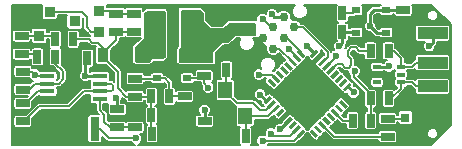
<source format=gtl>
G04 #@! TF.FileFunction,Copper,L1,Top,Signal*
%FSLAX46Y46*%
G04 Gerber Fmt 4.6, Leading zero omitted, Abs format (unit mm)*
G04 Created by KiCad (PCBNEW (after 2015-jan-16 BZR unknown)-product) date 11/03/2015 00:06:46*
%MOMM*%
G01*
G04 APERTURE LIST*
%ADD10C,0.150000*%
%ADD11R,0.914400X0.914400*%
%ADD12R,0.762000X0.508000*%
%ADD13R,1.397000X0.889000*%
%ADD14R,1.143000X0.635000*%
%ADD15R,0.635000X1.143000*%
%ADD16R,0.660400X0.406400*%
%ADD17C,0.762000*%
%ADD18R,1.270000X2.540000*%
%ADD19R,1.270000X0.406400*%
%ADD20R,1.200000X1.400000*%
%ADD21R,0.910000X1.220000*%
%ADD22R,0.797560X0.797560*%
%ADD23C,0.609600*%
%ADD24R,0.800000X2.000000*%
%ADD25R,2.500000X1.000000*%
%ADD26C,0.600000*%
%ADD27C,0.254000*%
%ADD28C,0.152000*%
G04 APERTURE END LIST*
D10*
D11*
X77016000Y-40711000D03*
X77016000Y-42489000D03*
X74984000Y-41600000D03*
X71111000Y-40784000D03*
X72889000Y-40784000D03*
X72000000Y-42816000D03*
D12*
X81980000Y-44497500D03*
X81980000Y-46402500D03*
X84520000Y-44497500D03*
X81980000Y-45450000D03*
X84520000Y-46402500D03*
X101370000Y-42552500D03*
X101370000Y-40647500D03*
X98830000Y-42552500D03*
X101370000Y-41600000D03*
X98830000Y-40647500D03*
D13*
X87100000Y-40847500D03*
X87100000Y-42752500D03*
D14*
X70500000Y-42838000D03*
X70500000Y-44362000D03*
D15*
X97662000Y-42500000D03*
X96138000Y-42500000D03*
X97662000Y-40900000D03*
X96138000Y-40900000D03*
D14*
X102800000Y-40638000D03*
X102800000Y-42162000D03*
D15*
X98538000Y-50000000D03*
X100062000Y-50000000D03*
X100038000Y-48100000D03*
X101562000Y-48100000D03*
X100038000Y-44100000D03*
X101562000Y-44100000D03*
D14*
X78500000Y-40938000D03*
X78500000Y-42462000D03*
D15*
X81538000Y-51100000D03*
X83062000Y-51100000D03*
X73338000Y-43100000D03*
X74862000Y-43100000D03*
X81488000Y-49550000D03*
X83012000Y-49550000D03*
X83012000Y-47950000D03*
X81488000Y-47950000D03*
D14*
X84300000Y-49462000D03*
X84300000Y-47938000D03*
X80100000Y-46438000D03*
X80100000Y-47962000D03*
X88800000Y-40638000D03*
X88800000Y-42162000D03*
X85950000Y-46212000D03*
X85950000Y-44688000D03*
D16*
X100584000Y-45439600D03*
X100584000Y-46760400D03*
X100584000Y-46100000D03*
X102616000Y-46760400D03*
X102616000Y-45439600D03*
X102616000Y-46100000D03*
D10*
G36*
X90952334Y-48407107D02*
X91482664Y-47876777D01*
X91694796Y-48088909D01*
X91164466Y-48619239D01*
X90952334Y-48407107D01*
X90952334Y-48407107D01*
G37*
G36*
X91305888Y-48760660D02*
X91836218Y-48230330D01*
X92048350Y-48442462D01*
X91518020Y-48972792D01*
X91305888Y-48760660D01*
X91305888Y-48760660D01*
G37*
G36*
X91659441Y-49114214D02*
X92189771Y-48583884D01*
X92401903Y-48796016D01*
X91871573Y-49326346D01*
X91659441Y-49114214D01*
X91659441Y-49114214D01*
G37*
G36*
X92012994Y-49467767D02*
X92543324Y-48937437D01*
X92755456Y-49149569D01*
X92225126Y-49679899D01*
X92012994Y-49467767D01*
X92012994Y-49467767D01*
G37*
G36*
X92366548Y-49821320D02*
X92896878Y-49290990D01*
X93109010Y-49503122D01*
X92578680Y-50033452D01*
X92366548Y-49821320D01*
X92366548Y-49821320D01*
G37*
G36*
X92720101Y-50174874D02*
X93250431Y-49644544D01*
X93462563Y-49856676D01*
X92932233Y-50387006D01*
X92720101Y-50174874D01*
X92720101Y-50174874D01*
G37*
G36*
X93073654Y-50528427D02*
X93603984Y-49998097D01*
X93816116Y-50210229D01*
X93285786Y-50740559D01*
X93073654Y-50528427D01*
X93073654Y-50528427D01*
G37*
G36*
X93427208Y-50881980D02*
X93957538Y-50351650D01*
X94169670Y-50563782D01*
X93639340Y-51094112D01*
X93427208Y-50881980D01*
X93427208Y-50881980D01*
G37*
G36*
X93780761Y-51235534D02*
X94311091Y-50705204D01*
X94523223Y-50917336D01*
X93992893Y-51447666D01*
X93780761Y-51235534D01*
X93780761Y-51235534D01*
G37*
G36*
X94876777Y-50917336D02*
X95088909Y-50705204D01*
X95619239Y-51235534D01*
X95407107Y-51447666D01*
X94876777Y-50917336D01*
X94876777Y-50917336D01*
G37*
G36*
X95230330Y-50563782D02*
X95442462Y-50351650D01*
X95972792Y-50881980D01*
X95760660Y-51094112D01*
X95230330Y-50563782D01*
X95230330Y-50563782D01*
G37*
G36*
X95583884Y-50210229D02*
X95796016Y-49998097D01*
X96326346Y-50528427D01*
X96114214Y-50740559D01*
X95583884Y-50210229D01*
X95583884Y-50210229D01*
G37*
G36*
X95937437Y-49856676D02*
X96149569Y-49644544D01*
X96679899Y-50174874D01*
X96467767Y-50387006D01*
X95937437Y-49856676D01*
X95937437Y-49856676D01*
G37*
G36*
X96290990Y-49503122D02*
X96503122Y-49290990D01*
X97033452Y-49821320D01*
X96821320Y-50033452D01*
X96290990Y-49503122D01*
X96290990Y-49503122D01*
G37*
G36*
X96644544Y-49149569D02*
X96856676Y-48937437D01*
X97387006Y-49467767D01*
X97174874Y-49679899D01*
X96644544Y-49149569D01*
X96644544Y-49149569D01*
G37*
G36*
X96998097Y-48796016D02*
X97210229Y-48583884D01*
X97740559Y-49114214D01*
X97528427Y-49326346D01*
X96998097Y-48796016D01*
X96998097Y-48796016D01*
G37*
G36*
X97351650Y-48442462D02*
X97563782Y-48230330D01*
X98094112Y-48760660D01*
X97881980Y-48972792D01*
X97351650Y-48442462D01*
X97351650Y-48442462D01*
G37*
G36*
X97705204Y-48088909D02*
X97917336Y-47876777D01*
X98447666Y-48407107D01*
X98235534Y-48619239D01*
X97705204Y-48088909D01*
X97705204Y-48088909D01*
G37*
G36*
X97705204Y-47311091D02*
X98235534Y-46780761D01*
X98447666Y-46992893D01*
X97917336Y-47523223D01*
X97705204Y-47311091D01*
X97705204Y-47311091D01*
G37*
G36*
X97351650Y-46957538D02*
X97881980Y-46427208D01*
X98094112Y-46639340D01*
X97563782Y-47169670D01*
X97351650Y-46957538D01*
X97351650Y-46957538D01*
G37*
G36*
X96998097Y-46603984D02*
X97528427Y-46073654D01*
X97740559Y-46285786D01*
X97210229Y-46816116D01*
X96998097Y-46603984D01*
X96998097Y-46603984D01*
G37*
G36*
X96644544Y-46250431D02*
X97174874Y-45720101D01*
X97387006Y-45932233D01*
X96856676Y-46462563D01*
X96644544Y-46250431D01*
X96644544Y-46250431D01*
G37*
G36*
X96290990Y-45896878D02*
X96821320Y-45366548D01*
X97033452Y-45578680D01*
X96503122Y-46109010D01*
X96290990Y-45896878D01*
X96290990Y-45896878D01*
G37*
G36*
X95937437Y-45543324D02*
X96467767Y-45012994D01*
X96679899Y-45225126D01*
X96149569Y-45755456D01*
X95937437Y-45543324D01*
X95937437Y-45543324D01*
G37*
G36*
X95583884Y-45189771D02*
X96114214Y-44659441D01*
X96326346Y-44871573D01*
X95796016Y-45401903D01*
X95583884Y-45189771D01*
X95583884Y-45189771D01*
G37*
G36*
X95230330Y-44836218D02*
X95760660Y-44305888D01*
X95972792Y-44518020D01*
X95442462Y-45048350D01*
X95230330Y-44836218D01*
X95230330Y-44836218D01*
G37*
G36*
X94876777Y-44482664D02*
X95407107Y-43952334D01*
X95619239Y-44164466D01*
X95088909Y-44694796D01*
X94876777Y-44482664D01*
X94876777Y-44482664D01*
G37*
G36*
X93780761Y-44164466D02*
X93992893Y-43952334D01*
X94523223Y-44482664D01*
X94311091Y-44694796D01*
X93780761Y-44164466D01*
X93780761Y-44164466D01*
G37*
G36*
X93427208Y-44518020D02*
X93639340Y-44305888D01*
X94169670Y-44836218D01*
X93957538Y-45048350D01*
X93427208Y-44518020D01*
X93427208Y-44518020D01*
G37*
G36*
X93073654Y-44871573D02*
X93285786Y-44659441D01*
X93816116Y-45189771D01*
X93603984Y-45401903D01*
X93073654Y-44871573D01*
X93073654Y-44871573D01*
G37*
G36*
X92720101Y-45225126D02*
X92932233Y-45012994D01*
X93462563Y-45543324D01*
X93250431Y-45755456D01*
X92720101Y-45225126D01*
X92720101Y-45225126D01*
G37*
G36*
X92366548Y-45578680D02*
X92578680Y-45366548D01*
X93109010Y-45896878D01*
X92896878Y-46109010D01*
X92366548Y-45578680D01*
X92366548Y-45578680D01*
G37*
G36*
X92012994Y-45932233D02*
X92225126Y-45720101D01*
X92755456Y-46250431D01*
X92543324Y-46462563D01*
X92012994Y-45932233D01*
X92012994Y-45932233D01*
G37*
G36*
X91659441Y-46285786D02*
X91871573Y-46073654D01*
X92401903Y-46603984D01*
X92189771Y-46816116D01*
X91659441Y-46285786D01*
X91659441Y-46285786D01*
G37*
G36*
X91305888Y-46639340D02*
X91518020Y-46427208D01*
X92048350Y-46957538D01*
X91836218Y-47169670D01*
X91305888Y-46639340D01*
X91305888Y-46639340D01*
G37*
G36*
X90952334Y-46992893D02*
X91164466Y-46780761D01*
X91694796Y-47311091D01*
X91482664Y-47523223D01*
X90952334Y-46992893D01*
X90952334Y-46992893D01*
G37*
G36*
X91942284Y-47700000D02*
X94700000Y-44942284D01*
X97457716Y-47700000D01*
X94700000Y-50457716D01*
X91942284Y-47700000D01*
X91942284Y-47700000D01*
G37*
D17*
X92700000Y-41203949D03*
X93598026Y-42101974D03*
X91801974Y-42101974D03*
X92700000Y-43000000D03*
X90903949Y-43000000D03*
X91801974Y-43898026D03*
D18*
X84774000Y-42150000D03*
X81726000Y-42150000D03*
D14*
X78600000Y-50562000D03*
X78600000Y-49038000D03*
X80100000Y-49038000D03*
X80100000Y-50562000D03*
D15*
X73362000Y-44600000D03*
X71838000Y-44600000D03*
D14*
X70600000Y-47362000D03*
X70600000Y-45838000D03*
X70600000Y-48538000D03*
X70600000Y-50062000D03*
D15*
X89362000Y-45700000D03*
X87838000Y-45700000D03*
D14*
X80000000Y-42462000D03*
X80000000Y-40938000D03*
D19*
X72677500Y-46222100D03*
X72677500Y-46869800D03*
X72677500Y-47530200D03*
X72677500Y-48177900D03*
X77122500Y-48177900D03*
X77122500Y-47530200D03*
X77122500Y-46869800D03*
X77122500Y-46222100D03*
D20*
X89450000Y-49600000D03*
X89450000Y-47400000D03*
X87750000Y-47400000D03*
X87750000Y-49600000D03*
D15*
X89462000Y-51300000D03*
X87938000Y-51300000D03*
D21*
X77415000Y-44450000D03*
X80685000Y-44450000D03*
D14*
X101500000Y-49838000D03*
X101500000Y-51362000D03*
D22*
X103000000Y-49750700D03*
X103000000Y-51249300D03*
D15*
X76062000Y-44700000D03*
X74538000Y-44700000D03*
D14*
X86000000Y-50038000D03*
X86000000Y-51562000D03*
D23*
X88500000Y-44000000D03*
X91000000Y-50500000D03*
X103000000Y-48500000D03*
D24*
X72500000Y-50700000D03*
X76700000Y-50700000D03*
D23*
X83300000Y-45500000D03*
X70800000Y-51200000D03*
X73900000Y-50700000D03*
X75300000Y-50700000D03*
X74900000Y-47200000D03*
X74900000Y-46100000D03*
X74100000Y-48000000D03*
X79100000Y-44500000D03*
X79300000Y-43500000D03*
X79200000Y-45500000D03*
X86400000Y-48100000D03*
X84300000Y-50700000D03*
X104600000Y-48500000D03*
X104200000Y-51100000D03*
X73800000Y-41800000D03*
X94700000Y-47700000D03*
X93700000Y-48700000D03*
X95700000Y-48700000D03*
X95700000Y-46700000D03*
X93700000Y-46700000D03*
X94700000Y-45700000D03*
X94700000Y-49700000D03*
X96700000Y-47700000D03*
X92700000Y-47700000D03*
X75000000Y-49200000D03*
X97500000Y-50800000D03*
X102700000Y-43200000D03*
X104200000Y-41100000D03*
D25*
X105300000Y-45100000D03*
X105300000Y-42600000D03*
X105300000Y-47100000D03*
X105300000Y-49600000D03*
D23*
X95200000Y-41000000D03*
D26*
X92400000Y-50700000D03*
X90700000Y-47800000D03*
X98600000Y-47600000D03*
X97400000Y-43700000D03*
X91700000Y-41000000D03*
X94700000Y-43700000D03*
X75900000Y-46200000D03*
X86000000Y-49100000D03*
X78500000Y-48100000D03*
X101600000Y-45400000D03*
X105000000Y-43700000D03*
X100000000Y-42000000D03*
X90000000Y-42100000D03*
X71600000Y-46100000D03*
X91600000Y-51100000D03*
X98700000Y-45800000D03*
X97100000Y-44500000D03*
X86300000Y-47200000D03*
X90600000Y-46100000D03*
X93100000Y-43900000D03*
X90900000Y-41400000D03*
X99700000Y-46100000D03*
X90900000Y-51700000D03*
X80200000Y-51500000D03*
D27*
X98777500Y-42500000D02*
X98830000Y-42552500D01*
X97662000Y-42500000D02*
X98777500Y-42500000D01*
X93084225Y-50015775D02*
X92400000Y-50700000D01*
X93091332Y-50015775D02*
X93084225Y-50015775D01*
X91148008Y-48248008D02*
X90700000Y-47800000D01*
X91323565Y-48248008D02*
X91148008Y-48248008D01*
X98151992Y-47151992D02*
X98600000Y-47600000D01*
X98076435Y-47151992D02*
X98151992Y-47151992D01*
X97662000Y-43438000D02*
X97400000Y-43700000D01*
X97662000Y-42500000D02*
X97662000Y-43438000D01*
X91700000Y-41000000D02*
X91903949Y-41203949D01*
X91903949Y-41203949D02*
X92700000Y-41203949D01*
X95248008Y-44323565D02*
X95248008Y-44248008D01*
X95248008Y-44248008D02*
X94700000Y-43700000D01*
X75900000Y-44862000D02*
X76062000Y-44700000D01*
X77122500Y-46222100D02*
X75922100Y-46222100D01*
X75922100Y-46222100D02*
X75900000Y-46200000D01*
X75900000Y-46200000D02*
X75900000Y-44862000D01*
X86000000Y-50038000D02*
X86000000Y-49100000D01*
X78600000Y-48200000D02*
X78500000Y-48100000D01*
X78600000Y-49038000D02*
X78600000Y-48200000D01*
X101560400Y-45439600D02*
X101600000Y-45400000D01*
X105000000Y-43700000D02*
X105300000Y-43400000D01*
X105300000Y-43400000D02*
X105300000Y-42600000D01*
X100584000Y-45439600D02*
X101560400Y-45439600D01*
X101379500Y-40638000D02*
X101370000Y-40647500D01*
X102800000Y-40638000D02*
X101379500Y-40638000D01*
X100000000Y-42000000D02*
X100552500Y-42552500D01*
X100552500Y-42552500D02*
X101370000Y-42552500D01*
X100000000Y-41000000D02*
X100000000Y-42000000D01*
X100352500Y-40647500D02*
X100000000Y-41000000D01*
X101370000Y-40647500D02*
X100352500Y-40647500D01*
X88800000Y-42162000D02*
X89938000Y-42162000D01*
X90000000Y-42100000D02*
X89938000Y-42162000D01*
D28*
X71600000Y-46100000D02*
X71722100Y-46222100D01*
X71338000Y-45838000D02*
X71600000Y-46100000D01*
X71722100Y-46222100D02*
X72677500Y-46222100D01*
X70600000Y-45838000D02*
X71338000Y-45838000D01*
X91600000Y-51100000D02*
X91800000Y-51300000D01*
X91800000Y-51300000D02*
X93221320Y-51300000D01*
X93221320Y-51300000D02*
X93798439Y-50722881D01*
X97200000Y-45200000D02*
X97600000Y-45200000D01*
X97600000Y-45200000D02*
X97900000Y-45500000D01*
X97900000Y-45500000D02*
X98200000Y-45500000D01*
X98200000Y-45500000D02*
X98400000Y-45300000D01*
X98400000Y-45300000D02*
X98400000Y-44800000D01*
X98400000Y-44800000D02*
X98100000Y-44500000D01*
X98100000Y-44500000D02*
X98100000Y-44100000D01*
X98100000Y-44100000D02*
X98400000Y-43800000D01*
X98400000Y-43800000D02*
X98800000Y-43800000D01*
X98800000Y-43800000D02*
X99100000Y-44100000D01*
X99100000Y-44100000D02*
X100038000Y-44100000D01*
X96662221Y-45737779D02*
X97200000Y-45200000D01*
X100062000Y-48124000D02*
X100038000Y-48100000D01*
X100062000Y-50000000D02*
X100062000Y-48124000D01*
X98600000Y-46300000D02*
X98600000Y-45900000D01*
X98600000Y-45900000D02*
X98700000Y-45800000D01*
X96315775Y-45384225D02*
X96308668Y-45384225D01*
X100038000Y-48100000D02*
X100038000Y-47738000D01*
X99400000Y-47100000D02*
X100038000Y-47738000D01*
X97100000Y-44600000D02*
X97100000Y-44500000D01*
X96315775Y-45384225D02*
X97100000Y-44600000D01*
X99400000Y-47100000D02*
X98600000Y-46300000D01*
X81476000Y-47962000D02*
X81488000Y-47950000D01*
X80100000Y-47962000D02*
X81476000Y-47962000D01*
X81488000Y-49550000D02*
X81488000Y-47950000D01*
X78662000Y-45862000D02*
X78662000Y-47262000D01*
X77415000Y-44615000D02*
X78662000Y-45862000D01*
X77415000Y-44450000D02*
X77415000Y-44615000D01*
X79362000Y-47962000D02*
X78662000Y-47262000D01*
X80100000Y-47962000D02*
X79362000Y-47962000D01*
X81488000Y-51050000D02*
X81538000Y-51100000D01*
X81488000Y-49550000D02*
X81488000Y-51050000D01*
X77415000Y-44285000D02*
X78500000Y-43200000D01*
X78500000Y-43200000D02*
X78500000Y-42462000D01*
X77415000Y-44450000D02*
X77415000Y-44285000D01*
X80000000Y-42462000D02*
X78500000Y-42462000D01*
X76200000Y-43100000D02*
X76500000Y-43400000D01*
X76500000Y-43400000D02*
X77000000Y-43400000D01*
X77000000Y-43400000D02*
X77415000Y-43815000D01*
X77415000Y-43815000D02*
X77415000Y-44450000D01*
X74862000Y-43100000D02*
X76200000Y-43100000D01*
X85759500Y-46402500D02*
X85950000Y-46212000D01*
X84520000Y-46402500D02*
X85759500Y-46402500D01*
X85950000Y-46850000D02*
X86300000Y-47200000D01*
X90600000Y-46100000D02*
X91500000Y-46100000D01*
X91500000Y-46100000D02*
X91700000Y-46100000D01*
X91700000Y-46100000D02*
X92030672Y-46430672D01*
X92030672Y-46430672D02*
X92030672Y-46444885D01*
X85950000Y-46212000D02*
X85950000Y-46850000D01*
X93000000Y-43000000D02*
X94151992Y-44151992D01*
X94151992Y-44151992D02*
X94151992Y-44323565D01*
X92700000Y-43000000D02*
X93000000Y-43000000D01*
X93798439Y-44598439D02*
X93100000Y-43900000D01*
X90900000Y-41400000D02*
X91601974Y-42101974D01*
X91601974Y-42101974D02*
X91801974Y-42101974D01*
X93798439Y-44677119D02*
X93798439Y-44598439D01*
X92312239Y-43898026D02*
X93444885Y-45030672D01*
X91801974Y-43898026D02*
X92312239Y-43898026D01*
X94301974Y-42101974D02*
X96400000Y-44200000D01*
X96400000Y-44200000D02*
X96400000Y-44585787D01*
X96400000Y-44585787D02*
X95955115Y-45030672D01*
X93598026Y-42101974D02*
X94301974Y-42101974D01*
X97015775Y-49315775D02*
X97700000Y-50000000D01*
X97700000Y-50000000D02*
X98538000Y-50000000D01*
X97015775Y-49308668D02*
X97015775Y-49315775D01*
X78069800Y-46869800D02*
X78200000Y-47000000D01*
X78200000Y-47000000D02*
X78200000Y-47400000D01*
X78200000Y-47400000D02*
X78069800Y-47530200D01*
X78069800Y-47530200D02*
X77122500Y-47530200D01*
X77122500Y-46869800D02*
X78069800Y-46869800D01*
X70738000Y-50062000D02*
X72000000Y-48800000D01*
X72000000Y-48800000D02*
X74500000Y-48800000D01*
X74500000Y-48800000D02*
X75769800Y-47530200D01*
X75769800Y-47530200D02*
X77122500Y-47530200D01*
X70600000Y-50062000D02*
X70738000Y-50062000D01*
X100584000Y-46100000D02*
X99700000Y-46100000D01*
X102912700Y-49838000D02*
X103000000Y-49750700D01*
X101500000Y-49838000D02*
X102912700Y-49838000D01*
X95969328Y-50369328D02*
X96962000Y-51362000D01*
X96962000Y-51362000D02*
X101500000Y-51362000D01*
X95955115Y-50369328D02*
X95969328Y-50369328D01*
X94151992Y-51148008D02*
X94151992Y-51076435D01*
X94151992Y-51148008D02*
X94151992Y-51076435D01*
X90900000Y-51700000D02*
X93400000Y-51700000D01*
X93400000Y-51700000D02*
X93600000Y-51700000D01*
X93600000Y-51700000D02*
X94151992Y-51148008D01*
X76700000Y-50700000D02*
X77100000Y-50700000D01*
X77900000Y-51500000D02*
X80200000Y-51500000D01*
X77100000Y-50700000D02*
X77900000Y-51500000D01*
X87750000Y-47550000D02*
X88700000Y-48500000D01*
X88700000Y-48500000D02*
X90100000Y-48500000D01*
X90100000Y-48500000D02*
X90700000Y-49100000D01*
X90700000Y-49100000D02*
X91178680Y-49100000D01*
X91178680Y-49100000D02*
X91677119Y-48601561D01*
X87750000Y-47400000D02*
X87750000Y-47550000D01*
X87838000Y-47312000D02*
X87750000Y-47400000D01*
X87838000Y-45700000D02*
X87838000Y-47312000D01*
X70862000Y-48538000D02*
X71869800Y-47530200D01*
X71869800Y-47530200D02*
X72677500Y-47530200D01*
X70600000Y-48538000D02*
X70862000Y-48538000D01*
X75584000Y-40784000D02*
X76000000Y-41200000D01*
X76000000Y-41200000D02*
X76000000Y-42100000D01*
X76000000Y-42100000D02*
X76389000Y-42489000D01*
X76389000Y-42489000D02*
X77016000Y-42489000D01*
X72889000Y-40784000D02*
X75584000Y-40784000D01*
X70522000Y-42816000D02*
X70500000Y-42838000D01*
X72000000Y-42816000D02*
X70522000Y-42816000D01*
X73054000Y-42816000D02*
X73338000Y-43100000D01*
X72000000Y-42816000D02*
X73054000Y-42816000D01*
X81944500Y-46438000D02*
X81980000Y-46402500D01*
X80100000Y-46438000D02*
X81944500Y-46438000D01*
X82602500Y-46402500D02*
X83012000Y-46812000D01*
X83012000Y-46812000D02*
X83012000Y-47950000D01*
X81980000Y-46402500D02*
X82602500Y-46402500D01*
X83024000Y-47938000D02*
X83012000Y-47950000D01*
X84300000Y-47938000D02*
X83024000Y-47938000D01*
X73362000Y-45162000D02*
X74000000Y-45800000D01*
X74000000Y-45800000D02*
X74000000Y-46500000D01*
X74000000Y-46500000D02*
X73630200Y-46869800D01*
X73630200Y-46869800D02*
X72677500Y-46869800D01*
X73362000Y-44600000D02*
X73362000Y-45162000D01*
X71138000Y-47362000D02*
X71630200Y-46869800D01*
X71630200Y-46869800D02*
X72677500Y-46869800D01*
X70600000Y-47362000D02*
X71138000Y-47362000D01*
X98577500Y-40900000D02*
X98830000Y-40647500D01*
X97662000Y-40900000D02*
X98577500Y-40900000D01*
X103900000Y-47100000D02*
X103560400Y-46760400D01*
X103560400Y-46760400D02*
X102616000Y-46760400D01*
X105300000Y-47100000D02*
X103900000Y-47100000D01*
X101800000Y-48100000D02*
X102616000Y-47284000D01*
X102616000Y-47284000D02*
X102616000Y-46760400D01*
X101562000Y-48100000D02*
X101800000Y-48100000D01*
X103900000Y-45100000D02*
X103560400Y-45439600D01*
X103560400Y-45439600D02*
X102616000Y-45439600D01*
X105300000Y-45100000D02*
X103900000Y-45100000D01*
X102000000Y-44100000D02*
X102616000Y-44716000D01*
X102616000Y-44716000D02*
X102616000Y-45439600D01*
X101562000Y-44100000D02*
X102000000Y-44100000D01*
X71600000Y-44362000D02*
X71838000Y-44600000D01*
X70500000Y-44362000D02*
X71600000Y-44362000D01*
X78600000Y-50562000D02*
X80100000Y-50562000D01*
X77122500Y-49122500D02*
X77500000Y-49500000D01*
X77500000Y-49500000D02*
X77500000Y-50100000D01*
X77500000Y-50100000D02*
X77962000Y-50562000D01*
X77962000Y-50562000D02*
X78600000Y-50562000D01*
X77122500Y-48177900D02*
X77122500Y-49122500D01*
X78273000Y-40711000D02*
X78500000Y-40938000D01*
X77016000Y-40711000D02*
X78273000Y-40711000D01*
X80000000Y-40938000D02*
X78500000Y-40938000D01*
X91385787Y-49600000D02*
X92030672Y-48955115D01*
X89450000Y-49600000D02*
X91385787Y-49600000D01*
X89462000Y-49612000D02*
X89450000Y-49600000D01*
X89462000Y-51300000D02*
X89462000Y-49612000D01*
G36*
X90224000Y-42724000D02*
X89500000Y-42724000D01*
X88568520Y-42724000D01*
X87968520Y-43324000D01*
X87468520Y-43324000D01*
X86624000Y-44168520D01*
X86624000Y-45024000D01*
X84000000Y-45024000D01*
X83931480Y-45024000D01*
X83876000Y-44968520D01*
X83876000Y-44031480D01*
X84076000Y-43831480D01*
X84076000Y-40676000D01*
X85568520Y-40676000D01*
X85824000Y-40931480D01*
X85824000Y-41631480D01*
X86468520Y-42276000D01*
X87631480Y-42276000D01*
X88131480Y-41776000D01*
X90224000Y-41776000D01*
X90224000Y-42724000D01*
X90224000Y-42724000D01*
G37*
X90224000Y-42724000D02*
X89500000Y-42724000D01*
X88568520Y-42724000D01*
X87968520Y-43324000D01*
X87468520Y-43324000D01*
X86624000Y-44168520D01*
X86624000Y-45024000D01*
X84000000Y-45024000D01*
X83931480Y-45024000D01*
X83876000Y-44968520D01*
X83876000Y-44031480D01*
X84076000Y-43831480D01*
X84076000Y-40676000D01*
X85568520Y-40676000D01*
X85824000Y-40931480D01*
X85824000Y-41631480D01*
X86468520Y-42276000D01*
X87631480Y-42276000D01*
X88131480Y-41776000D01*
X90224000Y-41776000D01*
X90224000Y-42724000D01*
G36*
X82624000Y-44568520D02*
X82468520Y-44724000D01*
X81568520Y-44724000D01*
X81268520Y-45024000D01*
X80231480Y-45024000D01*
X80176000Y-44968520D01*
X80176000Y-43831480D01*
X80853740Y-43153740D01*
X80976000Y-43031480D01*
X80976000Y-40931480D01*
X81131480Y-40776000D01*
X82568520Y-40776000D01*
X82624000Y-40831480D01*
X82624000Y-44100000D01*
X82624000Y-44568520D01*
X82624000Y-44568520D01*
G37*
X82624000Y-44568520D02*
X82468520Y-44724000D01*
X81568520Y-44724000D01*
X81268520Y-45024000D01*
X80231480Y-45024000D01*
X80176000Y-44968520D01*
X80176000Y-43831480D01*
X80853740Y-43153740D01*
X80976000Y-43031480D01*
X80976000Y-40931480D01*
X81131480Y-40776000D01*
X82568520Y-40776000D01*
X82624000Y-40831480D01*
X82624000Y-44100000D01*
X82624000Y-44568520D01*
G36*
X80080285Y-52022000D02*
X69678000Y-52022000D01*
X69678000Y-40178000D01*
X72257246Y-40178000D01*
X72217309Y-40237165D01*
X72199333Y-40326800D01*
X72199333Y-41241200D01*
X72216201Y-41328136D01*
X72266393Y-41404544D01*
X72342165Y-41455691D01*
X72431800Y-41473667D01*
X73346200Y-41473667D01*
X73433136Y-41456799D01*
X73509544Y-41406607D01*
X73560691Y-41330835D01*
X73578667Y-41241200D01*
X73578667Y-41088000D01*
X74305322Y-41088000D01*
X74294333Y-41142800D01*
X74294333Y-42057200D01*
X74311201Y-42144136D01*
X74361393Y-42220544D01*
X74437165Y-42271691D01*
X74526800Y-42289667D01*
X75441200Y-42289667D01*
X75528136Y-42272799D01*
X75604544Y-42222607D01*
X75655691Y-42146835D01*
X75673667Y-42057200D01*
X75673667Y-41303587D01*
X75696000Y-41325920D01*
X75696000Y-42100000D01*
X75719141Y-42216336D01*
X75785040Y-42314960D01*
X76174039Y-42703960D01*
X76174040Y-42703960D01*
X76223352Y-42736909D01*
X76272664Y-42769859D01*
X76272665Y-42769859D01*
X76326333Y-42780534D01*
X76326333Y-42825820D01*
X76316336Y-42819141D01*
X76200000Y-42796000D01*
X75411967Y-42796000D01*
X75411967Y-42528500D01*
X75395099Y-42441564D01*
X75344907Y-42365156D01*
X75269135Y-42314009D01*
X75179500Y-42296033D01*
X74544500Y-42296033D01*
X74457564Y-42312901D01*
X74381156Y-42363093D01*
X74330009Y-42438865D01*
X74312033Y-42528500D01*
X74312033Y-43671500D01*
X74328901Y-43758436D01*
X74379093Y-43834844D01*
X74454865Y-43885991D01*
X74544500Y-43903967D01*
X75179500Y-43903967D01*
X75266436Y-43887099D01*
X75342844Y-43836907D01*
X75393991Y-43761135D01*
X75411967Y-43671500D01*
X75411967Y-43404000D01*
X76074079Y-43404000D01*
X76285039Y-43614960D01*
X76285040Y-43614960D01*
X76334352Y-43647909D01*
X76383664Y-43680859D01*
X76383665Y-43680859D01*
X76500000Y-43704000D01*
X76776805Y-43704000D01*
X76745509Y-43750365D01*
X76727533Y-43840000D01*
X76727533Y-45060000D01*
X76744401Y-45146936D01*
X76794593Y-45223344D01*
X76870365Y-45274491D01*
X76960000Y-45292467D01*
X77662546Y-45292467D01*
X78358000Y-45987920D01*
X78358000Y-46728079D01*
X78284760Y-46654840D01*
X78186136Y-46588941D01*
X78069800Y-46565800D01*
X77963991Y-46565800D01*
X77951003Y-46546027D01*
X77971991Y-46514935D01*
X77989967Y-46425300D01*
X77989967Y-46018900D01*
X77973099Y-45931964D01*
X77922907Y-45855556D01*
X77847135Y-45804409D01*
X77757500Y-45786433D01*
X76487500Y-45786433D01*
X76400564Y-45803301D01*
X76324156Y-45853493D01*
X76314971Y-45867100D01*
X76313734Y-45867100D01*
X76255000Y-45808262D01*
X76255000Y-45503967D01*
X76379500Y-45503967D01*
X76466436Y-45487099D01*
X76542844Y-45436907D01*
X76593991Y-45361135D01*
X76611967Y-45271500D01*
X76611967Y-44128500D01*
X76595099Y-44041564D01*
X76544907Y-43965156D01*
X76469135Y-43914009D01*
X76379500Y-43896033D01*
X75744500Y-43896033D01*
X75657564Y-43912901D01*
X75581156Y-43963093D01*
X75530009Y-44038865D01*
X75512033Y-44128500D01*
X75512033Y-45271500D01*
X75528901Y-45358436D01*
X75545000Y-45382943D01*
X75545000Y-45808326D01*
X75452644Y-45900522D01*
X75372092Y-46094514D01*
X75371909Y-46304565D01*
X75452122Y-46498697D01*
X75600522Y-46647356D01*
X75794514Y-46727908D01*
X76004565Y-46728091D01*
X76198697Y-46647878D01*
X76269598Y-46577100D01*
X76272981Y-46577100D01*
X76255033Y-46666600D01*
X76255033Y-47073000D01*
X76271901Y-47159936D01*
X76298224Y-47200009D01*
X76280545Y-47226200D01*
X75769800Y-47226200D01*
X75653464Y-47249341D01*
X75554839Y-47315240D01*
X74374079Y-48496000D01*
X74304000Y-48496000D01*
X74304000Y-46500000D01*
X74304000Y-45800000D01*
X74280859Y-45683664D01*
X74214960Y-45585040D01*
X74214960Y-45585039D01*
X73892808Y-45262887D01*
X73893991Y-45261135D01*
X73911967Y-45171500D01*
X73911967Y-44028500D01*
X73895099Y-43941564D01*
X73844907Y-43865156D01*
X73810843Y-43842162D01*
X73818844Y-43836907D01*
X73869991Y-43761135D01*
X73887967Y-43671500D01*
X73887967Y-42528500D01*
X73871099Y-42441564D01*
X73820907Y-42365156D01*
X73745135Y-42314009D01*
X73655500Y-42296033D01*
X73020500Y-42296033D01*
X72933564Y-42312901D01*
X72857156Y-42363093D01*
X72806009Y-42438865D01*
X72791342Y-42512000D01*
X72689667Y-42512000D01*
X72689667Y-42358800D01*
X72672799Y-42271864D01*
X72622607Y-42195456D01*
X72546835Y-42144309D01*
X72457200Y-42126333D01*
X71542800Y-42126333D01*
X71455864Y-42143201D01*
X71379456Y-42193393D01*
X71328309Y-42269165D01*
X71310333Y-42358800D01*
X71310333Y-42512000D01*
X71302317Y-42512000D01*
X71287099Y-42433564D01*
X71236907Y-42357156D01*
X71161135Y-42306009D01*
X71071500Y-42288033D01*
X69928500Y-42288033D01*
X69841564Y-42304901D01*
X69765156Y-42355093D01*
X69714009Y-42430865D01*
X69696033Y-42520500D01*
X69696033Y-43155500D01*
X69712901Y-43242436D01*
X69763093Y-43318844D01*
X69838865Y-43369991D01*
X69928500Y-43387967D01*
X71071500Y-43387967D01*
X71158436Y-43371099D01*
X71234844Y-43320907D01*
X71285991Y-43245135D01*
X71303967Y-43155500D01*
X71303967Y-43120000D01*
X71310333Y-43120000D01*
X71310333Y-43273200D01*
X71327201Y-43360136D01*
X71377393Y-43436544D01*
X71453165Y-43487691D01*
X71542800Y-43505667D01*
X72457200Y-43505667D01*
X72544136Y-43488799D01*
X72620544Y-43438607D01*
X72671691Y-43362835D01*
X72689667Y-43273200D01*
X72689667Y-43120000D01*
X72788033Y-43120000D01*
X72788033Y-43671500D01*
X72804901Y-43758436D01*
X72855093Y-43834844D01*
X72889156Y-43857837D01*
X72881156Y-43863093D01*
X72830009Y-43938865D01*
X72812033Y-44028500D01*
X72812033Y-45171500D01*
X72828901Y-45258436D01*
X72879093Y-45334844D01*
X72954865Y-45385991D01*
X73044500Y-45403967D01*
X73174046Y-45403967D01*
X73696000Y-45925920D01*
X73696000Y-46374079D01*
X73513159Y-46556920D01*
X73506003Y-46546027D01*
X73526991Y-46514935D01*
X73544967Y-46425300D01*
X73544967Y-46018900D01*
X73528099Y-45931964D01*
X73477907Y-45855556D01*
X73402135Y-45804409D01*
X73312500Y-45786433D01*
X72387967Y-45786433D01*
X72387967Y-45171500D01*
X72387967Y-44028500D01*
X72371099Y-43941564D01*
X72320907Y-43865156D01*
X72245135Y-43814009D01*
X72155500Y-43796033D01*
X71520500Y-43796033D01*
X71433564Y-43812901D01*
X71357156Y-43863093D01*
X71306009Y-43938865D01*
X71294553Y-43995985D01*
X71287099Y-43957564D01*
X71236907Y-43881156D01*
X71161135Y-43830009D01*
X71071500Y-43812033D01*
X69928500Y-43812033D01*
X69841564Y-43828901D01*
X69765156Y-43879093D01*
X69714009Y-43954865D01*
X69696033Y-44044500D01*
X69696033Y-44679500D01*
X69712901Y-44766436D01*
X69763093Y-44842844D01*
X69838865Y-44893991D01*
X69928500Y-44911967D01*
X71071500Y-44911967D01*
X71158436Y-44895099D01*
X71234844Y-44844907D01*
X71285991Y-44769135D01*
X71288033Y-44758952D01*
X71288033Y-45171500D01*
X71304901Y-45258436D01*
X71355093Y-45334844D01*
X71430865Y-45385991D01*
X71520500Y-45403967D01*
X72155500Y-45403967D01*
X72242436Y-45387099D01*
X72318844Y-45336907D01*
X72369991Y-45261135D01*
X72387967Y-45171500D01*
X72387967Y-45786433D01*
X72042500Y-45786433D01*
X72034569Y-45787971D01*
X71899478Y-45652644D01*
X71705486Y-45572092D01*
X71495435Y-45571909D01*
X71483696Y-45576759D01*
X71454336Y-45557141D01*
X71403967Y-45547122D01*
X71403967Y-45547121D01*
X71403967Y-45520500D01*
X71387099Y-45433564D01*
X71336907Y-45357156D01*
X71261135Y-45306009D01*
X71171500Y-45288033D01*
X70028500Y-45288033D01*
X69941564Y-45304901D01*
X69865156Y-45355093D01*
X69814009Y-45430865D01*
X69796033Y-45520500D01*
X69796033Y-46155500D01*
X69812901Y-46242436D01*
X69863093Y-46318844D01*
X69938865Y-46369991D01*
X70028500Y-46387967D01*
X71147688Y-46387967D01*
X71152122Y-46398697D01*
X71300522Y-46547356D01*
X71470481Y-46617928D01*
X71415240Y-46654839D01*
X71243589Y-46826490D01*
X71171500Y-46812033D01*
X70028500Y-46812033D01*
X69941564Y-46828901D01*
X69865156Y-46879093D01*
X69814009Y-46954865D01*
X69796033Y-47044500D01*
X69796033Y-47679500D01*
X69812901Y-47766436D01*
X69863093Y-47842844D01*
X69938865Y-47893991D01*
X70028500Y-47911967D01*
X71058112Y-47911967D01*
X70982046Y-47988033D01*
X70028500Y-47988033D01*
X69941564Y-48004901D01*
X69865156Y-48055093D01*
X69814009Y-48130865D01*
X69796033Y-48220500D01*
X69796033Y-48855500D01*
X69812901Y-48942436D01*
X69863093Y-49018844D01*
X69938865Y-49069991D01*
X70028500Y-49087967D01*
X71171500Y-49087967D01*
X71258436Y-49071099D01*
X71334844Y-49020907D01*
X71385991Y-48945135D01*
X71403967Y-48855500D01*
X71403967Y-48425953D01*
X71910575Y-47919345D01*
X71952865Y-47947891D01*
X72042500Y-47965867D01*
X73312500Y-47965867D01*
X73399436Y-47948999D01*
X73475844Y-47898807D01*
X73526991Y-47823035D01*
X73544967Y-47733400D01*
X73544967Y-47327000D01*
X73528099Y-47240064D01*
X73501775Y-47199990D01*
X73519454Y-47173800D01*
X73630200Y-47173800D01*
X73630200Y-47173799D01*
X73746535Y-47150659D01*
X73746536Y-47150659D01*
X73845160Y-47084760D01*
X74214960Y-46714961D01*
X74214960Y-46714960D01*
X74247909Y-46665648D01*
X74280859Y-46616336D01*
X74280859Y-46616335D01*
X74303999Y-46500000D01*
X74304000Y-46500000D01*
X74304000Y-48496000D01*
X72000000Y-48496000D01*
X71883665Y-48519140D01*
X71785040Y-48585039D01*
X70858046Y-49512033D01*
X70028500Y-49512033D01*
X69941564Y-49528901D01*
X69865156Y-49579093D01*
X69814009Y-49654865D01*
X69796033Y-49744500D01*
X69796033Y-50379500D01*
X69812901Y-50466436D01*
X69863093Y-50542844D01*
X69938865Y-50593991D01*
X70028500Y-50611967D01*
X71171500Y-50611967D01*
X71258436Y-50595099D01*
X71334844Y-50544907D01*
X71385991Y-50469135D01*
X71403967Y-50379500D01*
X71403967Y-49825953D01*
X72125920Y-49104000D01*
X74500000Y-49104000D01*
X74500000Y-49103999D01*
X74616335Y-49080859D01*
X74616336Y-49080859D01*
X74714960Y-49014960D01*
X75895720Y-47834200D01*
X76281008Y-47834200D01*
X76293996Y-47853972D01*
X76273009Y-47885065D01*
X76255033Y-47974700D01*
X76255033Y-48381100D01*
X76271901Y-48468036D01*
X76322093Y-48544444D01*
X76397865Y-48595591D01*
X76487500Y-48613567D01*
X76818500Y-48613567D01*
X76818500Y-49122500D01*
X76841641Y-49238836D01*
X76907540Y-49337460D01*
X77037612Y-49467533D01*
X76300000Y-49467533D01*
X76213064Y-49484401D01*
X76136656Y-49534593D01*
X76085509Y-49610365D01*
X76067533Y-49700000D01*
X76067533Y-51700000D01*
X76084401Y-51786936D01*
X76134593Y-51863344D01*
X76210365Y-51914491D01*
X76300000Y-51932467D01*
X77100000Y-51932467D01*
X77186936Y-51915599D01*
X77263344Y-51865407D01*
X77314491Y-51789635D01*
X77332467Y-51700000D01*
X77332467Y-51362387D01*
X77685040Y-51714961D01*
X77744161Y-51754463D01*
X77783664Y-51780859D01*
X77783665Y-51780859D01*
X77900000Y-51804000D01*
X79757415Y-51804000D01*
X79900522Y-51947356D01*
X80080285Y-52022000D01*
X80080285Y-52022000D01*
G37*
X80080285Y-52022000D02*
X69678000Y-52022000D01*
X69678000Y-40178000D01*
X72257246Y-40178000D01*
X72217309Y-40237165D01*
X72199333Y-40326800D01*
X72199333Y-41241200D01*
X72216201Y-41328136D01*
X72266393Y-41404544D01*
X72342165Y-41455691D01*
X72431800Y-41473667D01*
X73346200Y-41473667D01*
X73433136Y-41456799D01*
X73509544Y-41406607D01*
X73560691Y-41330835D01*
X73578667Y-41241200D01*
X73578667Y-41088000D01*
X74305322Y-41088000D01*
X74294333Y-41142800D01*
X74294333Y-42057200D01*
X74311201Y-42144136D01*
X74361393Y-42220544D01*
X74437165Y-42271691D01*
X74526800Y-42289667D01*
X75441200Y-42289667D01*
X75528136Y-42272799D01*
X75604544Y-42222607D01*
X75655691Y-42146835D01*
X75673667Y-42057200D01*
X75673667Y-41303587D01*
X75696000Y-41325920D01*
X75696000Y-42100000D01*
X75719141Y-42216336D01*
X75785040Y-42314960D01*
X76174039Y-42703960D01*
X76174040Y-42703960D01*
X76223352Y-42736909D01*
X76272664Y-42769859D01*
X76272665Y-42769859D01*
X76326333Y-42780534D01*
X76326333Y-42825820D01*
X76316336Y-42819141D01*
X76200000Y-42796000D01*
X75411967Y-42796000D01*
X75411967Y-42528500D01*
X75395099Y-42441564D01*
X75344907Y-42365156D01*
X75269135Y-42314009D01*
X75179500Y-42296033D01*
X74544500Y-42296033D01*
X74457564Y-42312901D01*
X74381156Y-42363093D01*
X74330009Y-42438865D01*
X74312033Y-42528500D01*
X74312033Y-43671500D01*
X74328901Y-43758436D01*
X74379093Y-43834844D01*
X74454865Y-43885991D01*
X74544500Y-43903967D01*
X75179500Y-43903967D01*
X75266436Y-43887099D01*
X75342844Y-43836907D01*
X75393991Y-43761135D01*
X75411967Y-43671500D01*
X75411967Y-43404000D01*
X76074079Y-43404000D01*
X76285039Y-43614960D01*
X76285040Y-43614960D01*
X76334352Y-43647909D01*
X76383664Y-43680859D01*
X76383665Y-43680859D01*
X76500000Y-43704000D01*
X76776805Y-43704000D01*
X76745509Y-43750365D01*
X76727533Y-43840000D01*
X76727533Y-45060000D01*
X76744401Y-45146936D01*
X76794593Y-45223344D01*
X76870365Y-45274491D01*
X76960000Y-45292467D01*
X77662546Y-45292467D01*
X78358000Y-45987920D01*
X78358000Y-46728079D01*
X78284760Y-46654840D01*
X78186136Y-46588941D01*
X78069800Y-46565800D01*
X77963991Y-46565800D01*
X77951003Y-46546027D01*
X77971991Y-46514935D01*
X77989967Y-46425300D01*
X77989967Y-46018900D01*
X77973099Y-45931964D01*
X77922907Y-45855556D01*
X77847135Y-45804409D01*
X77757500Y-45786433D01*
X76487500Y-45786433D01*
X76400564Y-45803301D01*
X76324156Y-45853493D01*
X76314971Y-45867100D01*
X76313734Y-45867100D01*
X76255000Y-45808262D01*
X76255000Y-45503967D01*
X76379500Y-45503967D01*
X76466436Y-45487099D01*
X76542844Y-45436907D01*
X76593991Y-45361135D01*
X76611967Y-45271500D01*
X76611967Y-44128500D01*
X76595099Y-44041564D01*
X76544907Y-43965156D01*
X76469135Y-43914009D01*
X76379500Y-43896033D01*
X75744500Y-43896033D01*
X75657564Y-43912901D01*
X75581156Y-43963093D01*
X75530009Y-44038865D01*
X75512033Y-44128500D01*
X75512033Y-45271500D01*
X75528901Y-45358436D01*
X75545000Y-45382943D01*
X75545000Y-45808326D01*
X75452644Y-45900522D01*
X75372092Y-46094514D01*
X75371909Y-46304565D01*
X75452122Y-46498697D01*
X75600522Y-46647356D01*
X75794514Y-46727908D01*
X76004565Y-46728091D01*
X76198697Y-46647878D01*
X76269598Y-46577100D01*
X76272981Y-46577100D01*
X76255033Y-46666600D01*
X76255033Y-47073000D01*
X76271901Y-47159936D01*
X76298224Y-47200009D01*
X76280545Y-47226200D01*
X75769800Y-47226200D01*
X75653464Y-47249341D01*
X75554839Y-47315240D01*
X74374079Y-48496000D01*
X74304000Y-48496000D01*
X74304000Y-46500000D01*
X74304000Y-45800000D01*
X74280859Y-45683664D01*
X74214960Y-45585040D01*
X74214960Y-45585039D01*
X73892808Y-45262887D01*
X73893991Y-45261135D01*
X73911967Y-45171500D01*
X73911967Y-44028500D01*
X73895099Y-43941564D01*
X73844907Y-43865156D01*
X73810843Y-43842162D01*
X73818844Y-43836907D01*
X73869991Y-43761135D01*
X73887967Y-43671500D01*
X73887967Y-42528500D01*
X73871099Y-42441564D01*
X73820907Y-42365156D01*
X73745135Y-42314009D01*
X73655500Y-42296033D01*
X73020500Y-42296033D01*
X72933564Y-42312901D01*
X72857156Y-42363093D01*
X72806009Y-42438865D01*
X72791342Y-42512000D01*
X72689667Y-42512000D01*
X72689667Y-42358800D01*
X72672799Y-42271864D01*
X72622607Y-42195456D01*
X72546835Y-42144309D01*
X72457200Y-42126333D01*
X71542800Y-42126333D01*
X71455864Y-42143201D01*
X71379456Y-42193393D01*
X71328309Y-42269165D01*
X71310333Y-42358800D01*
X71310333Y-42512000D01*
X71302317Y-42512000D01*
X71287099Y-42433564D01*
X71236907Y-42357156D01*
X71161135Y-42306009D01*
X71071500Y-42288033D01*
X69928500Y-42288033D01*
X69841564Y-42304901D01*
X69765156Y-42355093D01*
X69714009Y-42430865D01*
X69696033Y-42520500D01*
X69696033Y-43155500D01*
X69712901Y-43242436D01*
X69763093Y-43318844D01*
X69838865Y-43369991D01*
X69928500Y-43387967D01*
X71071500Y-43387967D01*
X71158436Y-43371099D01*
X71234844Y-43320907D01*
X71285991Y-43245135D01*
X71303967Y-43155500D01*
X71303967Y-43120000D01*
X71310333Y-43120000D01*
X71310333Y-43273200D01*
X71327201Y-43360136D01*
X71377393Y-43436544D01*
X71453165Y-43487691D01*
X71542800Y-43505667D01*
X72457200Y-43505667D01*
X72544136Y-43488799D01*
X72620544Y-43438607D01*
X72671691Y-43362835D01*
X72689667Y-43273200D01*
X72689667Y-43120000D01*
X72788033Y-43120000D01*
X72788033Y-43671500D01*
X72804901Y-43758436D01*
X72855093Y-43834844D01*
X72889156Y-43857837D01*
X72881156Y-43863093D01*
X72830009Y-43938865D01*
X72812033Y-44028500D01*
X72812033Y-45171500D01*
X72828901Y-45258436D01*
X72879093Y-45334844D01*
X72954865Y-45385991D01*
X73044500Y-45403967D01*
X73174046Y-45403967D01*
X73696000Y-45925920D01*
X73696000Y-46374079D01*
X73513159Y-46556920D01*
X73506003Y-46546027D01*
X73526991Y-46514935D01*
X73544967Y-46425300D01*
X73544967Y-46018900D01*
X73528099Y-45931964D01*
X73477907Y-45855556D01*
X73402135Y-45804409D01*
X73312500Y-45786433D01*
X72387967Y-45786433D01*
X72387967Y-45171500D01*
X72387967Y-44028500D01*
X72371099Y-43941564D01*
X72320907Y-43865156D01*
X72245135Y-43814009D01*
X72155500Y-43796033D01*
X71520500Y-43796033D01*
X71433564Y-43812901D01*
X71357156Y-43863093D01*
X71306009Y-43938865D01*
X71294553Y-43995985D01*
X71287099Y-43957564D01*
X71236907Y-43881156D01*
X71161135Y-43830009D01*
X71071500Y-43812033D01*
X69928500Y-43812033D01*
X69841564Y-43828901D01*
X69765156Y-43879093D01*
X69714009Y-43954865D01*
X69696033Y-44044500D01*
X69696033Y-44679500D01*
X69712901Y-44766436D01*
X69763093Y-44842844D01*
X69838865Y-44893991D01*
X69928500Y-44911967D01*
X71071500Y-44911967D01*
X71158436Y-44895099D01*
X71234844Y-44844907D01*
X71285991Y-44769135D01*
X71288033Y-44758952D01*
X71288033Y-45171500D01*
X71304901Y-45258436D01*
X71355093Y-45334844D01*
X71430865Y-45385991D01*
X71520500Y-45403967D01*
X72155500Y-45403967D01*
X72242436Y-45387099D01*
X72318844Y-45336907D01*
X72369991Y-45261135D01*
X72387967Y-45171500D01*
X72387967Y-45786433D01*
X72042500Y-45786433D01*
X72034569Y-45787971D01*
X71899478Y-45652644D01*
X71705486Y-45572092D01*
X71495435Y-45571909D01*
X71483696Y-45576759D01*
X71454336Y-45557141D01*
X71403967Y-45547122D01*
X71403967Y-45547121D01*
X71403967Y-45520500D01*
X71387099Y-45433564D01*
X71336907Y-45357156D01*
X71261135Y-45306009D01*
X71171500Y-45288033D01*
X70028500Y-45288033D01*
X69941564Y-45304901D01*
X69865156Y-45355093D01*
X69814009Y-45430865D01*
X69796033Y-45520500D01*
X69796033Y-46155500D01*
X69812901Y-46242436D01*
X69863093Y-46318844D01*
X69938865Y-46369991D01*
X70028500Y-46387967D01*
X71147688Y-46387967D01*
X71152122Y-46398697D01*
X71300522Y-46547356D01*
X71470481Y-46617928D01*
X71415240Y-46654839D01*
X71243589Y-46826490D01*
X71171500Y-46812033D01*
X70028500Y-46812033D01*
X69941564Y-46828901D01*
X69865156Y-46879093D01*
X69814009Y-46954865D01*
X69796033Y-47044500D01*
X69796033Y-47679500D01*
X69812901Y-47766436D01*
X69863093Y-47842844D01*
X69938865Y-47893991D01*
X70028500Y-47911967D01*
X71058112Y-47911967D01*
X70982046Y-47988033D01*
X70028500Y-47988033D01*
X69941564Y-48004901D01*
X69865156Y-48055093D01*
X69814009Y-48130865D01*
X69796033Y-48220500D01*
X69796033Y-48855500D01*
X69812901Y-48942436D01*
X69863093Y-49018844D01*
X69938865Y-49069991D01*
X70028500Y-49087967D01*
X71171500Y-49087967D01*
X71258436Y-49071099D01*
X71334844Y-49020907D01*
X71385991Y-48945135D01*
X71403967Y-48855500D01*
X71403967Y-48425953D01*
X71910575Y-47919345D01*
X71952865Y-47947891D01*
X72042500Y-47965867D01*
X73312500Y-47965867D01*
X73399436Y-47948999D01*
X73475844Y-47898807D01*
X73526991Y-47823035D01*
X73544967Y-47733400D01*
X73544967Y-47327000D01*
X73528099Y-47240064D01*
X73501775Y-47199990D01*
X73519454Y-47173800D01*
X73630200Y-47173800D01*
X73630200Y-47173799D01*
X73746535Y-47150659D01*
X73746536Y-47150659D01*
X73845160Y-47084760D01*
X74214960Y-46714961D01*
X74214960Y-46714960D01*
X74247909Y-46665648D01*
X74280859Y-46616336D01*
X74280859Y-46616335D01*
X74303999Y-46500000D01*
X74304000Y-46500000D01*
X74304000Y-48496000D01*
X72000000Y-48496000D01*
X71883665Y-48519140D01*
X71785040Y-48585039D01*
X70858046Y-49512033D01*
X70028500Y-49512033D01*
X69941564Y-49528901D01*
X69865156Y-49579093D01*
X69814009Y-49654865D01*
X69796033Y-49744500D01*
X69796033Y-50379500D01*
X69812901Y-50466436D01*
X69863093Y-50542844D01*
X69938865Y-50593991D01*
X70028500Y-50611967D01*
X71171500Y-50611967D01*
X71258436Y-50595099D01*
X71334844Y-50544907D01*
X71385991Y-50469135D01*
X71403967Y-50379500D01*
X71403967Y-49825953D01*
X72125920Y-49104000D01*
X74500000Y-49104000D01*
X74500000Y-49103999D01*
X74616335Y-49080859D01*
X74616336Y-49080859D01*
X74714960Y-49014960D01*
X75895720Y-47834200D01*
X76281008Y-47834200D01*
X76293996Y-47853972D01*
X76273009Y-47885065D01*
X76255033Y-47974700D01*
X76255033Y-48381100D01*
X76271901Y-48468036D01*
X76322093Y-48544444D01*
X76397865Y-48595591D01*
X76487500Y-48613567D01*
X76818500Y-48613567D01*
X76818500Y-49122500D01*
X76841641Y-49238836D01*
X76907540Y-49337460D01*
X77037612Y-49467533D01*
X76300000Y-49467533D01*
X76213064Y-49484401D01*
X76136656Y-49534593D01*
X76085509Y-49610365D01*
X76067533Y-49700000D01*
X76067533Y-51700000D01*
X76084401Y-51786936D01*
X76134593Y-51863344D01*
X76210365Y-51914491D01*
X76300000Y-51932467D01*
X77100000Y-51932467D01*
X77186936Y-51915599D01*
X77263344Y-51865407D01*
X77314491Y-51789635D01*
X77332467Y-51700000D01*
X77332467Y-51362387D01*
X77685040Y-51714961D01*
X77744161Y-51754463D01*
X77783664Y-51780859D01*
X77783665Y-51780859D01*
X77900000Y-51804000D01*
X79757415Y-51804000D01*
X79900522Y-51947356D01*
X80080285Y-52022000D01*
G36*
X106822000Y-50384848D02*
X106803424Y-50403424D01*
X106782467Y-50424381D01*
X106782467Y-47600000D01*
X106782467Y-46600000D01*
X106765599Y-46513064D01*
X106715407Y-46436656D01*
X106639635Y-46385509D01*
X106550000Y-46367533D01*
X104050000Y-46367533D01*
X103963064Y-46384401D01*
X103886656Y-46434593D01*
X103835509Y-46510365D01*
X103819602Y-46589682D01*
X103775360Y-46545440D01*
X103676736Y-46479541D01*
X103560400Y-46456400D01*
X103152691Y-46456400D01*
X103135475Y-46430190D01*
X103160691Y-46392835D01*
X103178667Y-46303200D01*
X103178667Y-45896800D01*
X103161799Y-45809864D01*
X103135475Y-45769790D01*
X103153154Y-45743600D01*
X103560400Y-45743600D01*
X103560400Y-45743599D01*
X103676735Y-45720459D01*
X103676736Y-45720459D01*
X103775360Y-45654560D01*
X103819545Y-45610374D01*
X103834401Y-45686936D01*
X103884593Y-45763344D01*
X103960365Y-45814491D01*
X104050000Y-45832467D01*
X106550000Y-45832467D01*
X106636936Y-45815599D01*
X106713344Y-45765407D01*
X106764491Y-45689635D01*
X106782467Y-45600000D01*
X106782467Y-44600000D01*
X106782467Y-43100000D01*
X106782467Y-42100000D01*
X106765599Y-42013064D01*
X106715407Y-41936656D01*
X106639635Y-41885509D01*
X106550000Y-41867533D01*
X105778083Y-41867533D01*
X105778083Y-41005337D01*
X105705465Y-40829588D01*
X105571119Y-40695007D01*
X105395497Y-40622083D01*
X105205337Y-40621917D01*
X105029588Y-40694535D01*
X104895007Y-40828881D01*
X104822083Y-41004503D01*
X104821917Y-41194663D01*
X104894535Y-41370412D01*
X105028881Y-41504993D01*
X105204503Y-41577917D01*
X105394663Y-41578083D01*
X105570412Y-41505465D01*
X105704993Y-41371119D01*
X105777917Y-41195497D01*
X105778083Y-41005337D01*
X105778083Y-41867533D01*
X104050000Y-41867533D01*
X103963064Y-41884401D01*
X103886656Y-41934593D01*
X103835509Y-42010365D01*
X103817533Y-42100000D01*
X103817533Y-43100000D01*
X103834401Y-43186936D01*
X103884593Y-43263344D01*
X103960365Y-43314491D01*
X104050000Y-43332467D01*
X104620817Y-43332467D01*
X104552644Y-43400522D01*
X104472092Y-43594514D01*
X104471909Y-43804565D01*
X104552122Y-43998697D01*
X104700522Y-44147356D01*
X104894514Y-44227908D01*
X105104565Y-44228091D01*
X105298697Y-44147878D01*
X105447356Y-43999478D01*
X105527908Y-43805486D01*
X105528022Y-43674023D01*
X105551023Y-43651023D01*
X105627977Y-43535853D01*
X105627977Y-43535852D01*
X105655000Y-43400000D01*
X105655000Y-43332467D01*
X106550000Y-43332467D01*
X106636936Y-43315599D01*
X106713344Y-43265407D01*
X106764491Y-43189635D01*
X106782467Y-43100000D01*
X106782467Y-44600000D01*
X106765599Y-44513064D01*
X106715407Y-44436656D01*
X106639635Y-44385509D01*
X106550000Y-44367533D01*
X104050000Y-44367533D01*
X103963064Y-44384401D01*
X103886656Y-44434593D01*
X103835509Y-44510365D01*
X103817533Y-44600000D01*
X103817533Y-44812403D01*
X103783664Y-44819141D01*
X103744161Y-44845536D01*
X103685040Y-44885039D01*
X103434479Y-45135600D01*
X103152691Y-45135600D01*
X103111607Y-45073056D01*
X103035835Y-45021909D01*
X102946200Y-45003933D01*
X102920000Y-45003933D01*
X102920000Y-44716000D01*
X102896860Y-44599665D01*
X102896859Y-44599664D01*
X102830961Y-44501040D01*
X102214960Y-43885040D01*
X102116336Y-43819141D01*
X102111967Y-43818272D01*
X102111967Y-43818271D01*
X102111967Y-43528500D01*
X102095099Y-43441564D01*
X102044907Y-43365156D01*
X101969135Y-43314009D01*
X101879500Y-43296033D01*
X101244500Y-43296033D01*
X101157564Y-43312901D01*
X101081156Y-43363093D01*
X101030009Y-43438865D01*
X101012033Y-43528500D01*
X101012033Y-44671500D01*
X101028901Y-44758436D01*
X101079093Y-44834844D01*
X101154865Y-44885991D01*
X101244500Y-44903967D01*
X101417848Y-44903967D01*
X101301303Y-44952122D01*
X101168593Y-45084600D01*
X101087190Y-45084600D01*
X101079607Y-45073056D01*
X101003835Y-45021909D01*
X100914200Y-45003933D01*
X100253800Y-45003933D01*
X100166864Y-45020801D01*
X100090456Y-45070993D01*
X100039309Y-45146765D01*
X100021333Y-45236400D01*
X100021333Y-45642800D01*
X100038201Y-45729736D01*
X100088393Y-45806144D01*
X100164165Y-45857291D01*
X100253800Y-45875267D01*
X100914200Y-45875267D01*
X101001136Y-45858399D01*
X101077544Y-45808207D01*
X101086728Y-45794600D01*
X101247857Y-45794600D01*
X101300522Y-45847356D01*
X101494514Y-45927908D01*
X101704565Y-45928091D01*
X101898697Y-45847878D01*
X102047356Y-45699478D01*
X102058924Y-45671617D01*
X102070201Y-45729736D01*
X102096524Y-45769809D01*
X102071309Y-45807165D01*
X102053333Y-45896800D01*
X102053333Y-46303200D01*
X102070201Y-46390136D01*
X102096524Y-46430209D01*
X102071309Y-46467565D01*
X102053333Y-46557200D01*
X102053333Y-46963600D01*
X102070201Y-47050536D01*
X102120393Y-47126944D01*
X102196165Y-47178091D01*
X102275981Y-47194097D01*
X102068701Y-47401378D01*
X102044907Y-47365156D01*
X101969135Y-47314009D01*
X101879500Y-47296033D01*
X101244500Y-47296033D01*
X101157564Y-47312901D01*
X101146667Y-47320059D01*
X101146667Y-46963600D01*
X101146667Y-46557200D01*
X101129799Y-46470264D01*
X101079607Y-46393856D01*
X101003835Y-46342709D01*
X100914200Y-46324733D01*
X100253800Y-46324733D01*
X100166864Y-46341601D01*
X100090456Y-46391793D01*
X100039309Y-46467565D01*
X100021333Y-46557200D01*
X100021333Y-46963600D01*
X100038201Y-47050536D01*
X100088393Y-47126944D01*
X100164165Y-47178091D01*
X100253800Y-47196067D01*
X100914200Y-47196067D01*
X101001136Y-47179199D01*
X101077544Y-47129007D01*
X101128691Y-47053235D01*
X101146667Y-46963600D01*
X101146667Y-47320059D01*
X101081156Y-47363093D01*
X101030009Y-47438865D01*
X101012033Y-47528500D01*
X101012033Y-48671500D01*
X101028901Y-48758436D01*
X101079093Y-48834844D01*
X101154865Y-48885991D01*
X101244500Y-48903967D01*
X101879500Y-48903967D01*
X101966436Y-48887099D01*
X102042844Y-48836907D01*
X102093991Y-48761135D01*
X102111967Y-48671500D01*
X102111967Y-48217953D01*
X102830960Y-47498961D01*
X102830960Y-47498960D01*
X102896859Y-47400336D01*
X102919999Y-47284000D01*
X102920000Y-47284000D01*
X102920000Y-47196067D01*
X102946200Y-47196067D01*
X103033136Y-47179199D01*
X103109544Y-47129007D01*
X103153154Y-47064400D01*
X103434479Y-47064400D01*
X103685040Y-47314961D01*
X103744161Y-47354463D01*
X103783664Y-47380859D01*
X103783665Y-47380859D01*
X103817533Y-47387596D01*
X103817533Y-47600000D01*
X103834401Y-47686936D01*
X103884593Y-47763344D01*
X103960365Y-47814491D01*
X104050000Y-47832467D01*
X106550000Y-47832467D01*
X106636936Y-47815599D01*
X106713344Y-47765407D01*
X106764491Y-47689635D01*
X106782467Y-47600000D01*
X106782467Y-50424381D01*
X105778083Y-51428765D01*
X105778083Y-51005337D01*
X105705465Y-50829588D01*
X105571119Y-50695007D01*
X105395497Y-50622083D01*
X105205337Y-50621917D01*
X105029588Y-50694535D01*
X104895007Y-50828881D01*
X104822083Y-51004503D01*
X104821917Y-51194663D01*
X104894535Y-51370412D01*
X105028881Y-51504993D01*
X105204503Y-51577917D01*
X105394663Y-51578083D01*
X105570412Y-51505465D01*
X105704993Y-51371119D01*
X105777917Y-51195497D01*
X105778083Y-51005337D01*
X105778083Y-51428765D01*
X105184848Y-52022000D01*
X103631247Y-52022000D01*
X103631247Y-50149480D01*
X103631247Y-49351920D01*
X103614379Y-49264984D01*
X103564187Y-49188576D01*
X103488415Y-49137429D01*
X103398780Y-49119453D01*
X102601220Y-49119453D01*
X102514284Y-49136321D01*
X102437876Y-49186513D01*
X102386729Y-49262285D01*
X102368753Y-49351920D01*
X102368753Y-49534000D01*
X102303967Y-49534000D01*
X102303967Y-49520500D01*
X102287099Y-49433564D01*
X102236907Y-49357156D01*
X102161135Y-49306009D01*
X102071500Y-49288033D01*
X100928500Y-49288033D01*
X100841564Y-49304901D01*
X100765156Y-49355093D01*
X100714009Y-49430865D01*
X100696033Y-49520500D01*
X100696033Y-50155500D01*
X100712901Y-50242436D01*
X100763093Y-50318844D01*
X100838865Y-50369991D01*
X100928500Y-50387967D01*
X102071500Y-50387967D01*
X102158436Y-50371099D01*
X102234844Y-50320907D01*
X102285991Y-50245135D01*
X102303967Y-50155500D01*
X102303967Y-50142000D01*
X102368753Y-50142000D01*
X102368753Y-50149480D01*
X102385621Y-50236416D01*
X102435813Y-50312824D01*
X102511585Y-50363971D01*
X102601220Y-50381947D01*
X103398780Y-50381947D01*
X103485716Y-50365079D01*
X103562124Y-50314887D01*
X103613271Y-50239115D01*
X103631247Y-50149480D01*
X103631247Y-52022000D01*
X91324794Y-52022000D01*
X91342826Y-52004000D01*
X93400000Y-52004000D01*
X93600000Y-52004000D01*
X93600000Y-52003999D01*
X93716335Y-51980859D01*
X93716336Y-51980859D01*
X93814960Y-51914960D01*
X94063841Y-51666079D01*
X94081180Y-51662715D01*
X94157272Y-51612045D01*
X94687602Y-51081715D01*
X94700084Y-51063223D01*
X94712398Y-51081715D01*
X95242728Y-51612045D01*
X95316128Y-51661590D01*
X95405648Y-51680128D01*
X95495394Y-51662715D01*
X95571486Y-51612045D01*
X95783618Y-51399913D01*
X95833163Y-51326513D01*
X95836245Y-51311625D01*
X95848947Y-51309161D01*
X95925039Y-51258491D01*
X96137171Y-51046359D01*
X96169114Y-50999035D01*
X96747039Y-51576960D01*
X96747040Y-51576960D01*
X96796352Y-51609909D01*
X96845664Y-51642859D01*
X96845665Y-51642859D01*
X96962000Y-51666000D01*
X100696033Y-51666000D01*
X100696033Y-51679500D01*
X100712901Y-51766436D01*
X100763093Y-51842844D01*
X100838865Y-51893991D01*
X100928500Y-51911967D01*
X102071500Y-51911967D01*
X102158436Y-51895099D01*
X102234844Y-51844907D01*
X102285991Y-51769135D01*
X102303967Y-51679500D01*
X102303967Y-51044500D01*
X102287099Y-50957564D01*
X102236907Y-50881156D01*
X102161135Y-50830009D01*
X102071500Y-50812033D01*
X100928500Y-50812033D01*
X100841564Y-50828901D01*
X100765156Y-50879093D01*
X100714009Y-50954865D01*
X100696033Y-51044500D01*
X100696033Y-51058000D01*
X97087920Y-51058000D01*
X96601627Y-50571707D01*
X96632146Y-50551385D01*
X96844278Y-50339253D01*
X96893823Y-50265853D01*
X96896905Y-50250965D01*
X96909607Y-50248501D01*
X96985699Y-50197831D01*
X97197831Y-49985699D01*
X97221182Y-49951103D01*
X97485039Y-50214960D01*
X97485040Y-50214960D01*
X97583664Y-50280859D01*
X97700000Y-50304000D01*
X97988033Y-50304000D01*
X97988033Y-50571500D01*
X98004901Y-50658436D01*
X98055093Y-50734844D01*
X98130865Y-50785991D01*
X98220500Y-50803967D01*
X98855500Y-50803967D01*
X98942436Y-50787099D01*
X99018844Y-50736907D01*
X99069991Y-50661135D01*
X99087967Y-50571500D01*
X99087967Y-49428500D01*
X99071099Y-49341564D01*
X99020907Y-49265156D01*
X98945135Y-49214009D01*
X98855500Y-49196033D01*
X98220500Y-49196033D01*
X98133564Y-49212901D01*
X98057156Y-49263093D01*
X98006009Y-49338865D01*
X97988033Y-49428500D01*
X97988033Y-49696000D01*
X97825920Y-49696000D01*
X97649489Y-49519569D01*
X97692806Y-49490725D01*
X97904938Y-49278593D01*
X97954483Y-49205193D01*
X97957565Y-49190305D01*
X97970267Y-49187841D01*
X98046359Y-49137171D01*
X98258491Y-48925039D01*
X98308036Y-48851639D01*
X98326574Y-48762119D01*
X98309161Y-48672373D01*
X98258491Y-48596281D01*
X97728161Y-48065951D01*
X97654761Y-48016406D01*
X97565241Y-47997868D01*
X97475495Y-48015281D01*
X97399403Y-48065951D01*
X97187271Y-48278083D01*
X97137726Y-48351483D01*
X97134643Y-48366370D01*
X97121942Y-48368835D01*
X97045850Y-48419505D01*
X96833718Y-48631637D01*
X96784173Y-48705037D01*
X96781090Y-48719923D01*
X96768389Y-48722388D01*
X96692297Y-48773058D01*
X96480165Y-48985190D01*
X96430620Y-49058590D01*
X96427537Y-49073476D01*
X96414835Y-49075941D01*
X96338743Y-49126611D01*
X96126611Y-49338743D01*
X96077066Y-49412143D01*
X96073983Y-49427030D01*
X96061282Y-49429495D01*
X95985190Y-49480165D01*
X95773058Y-49692297D01*
X95723513Y-49765697D01*
X95720430Y-49780583D01*
X95707729Y-49783048D01*
X95631637Y-49833718D01*
X95419505Y-50045850D01*
X95369960Y-50119250D01*
X95366877Y-50134136D01*
X95354175Y-50136601D01*
X95278083Y-50187271D01*
X95065951Y-50399403D01*
X95016406Y-50472803D01*
X95013323Y-50487690D01*
X95000622Y-50490155D01*
X94924530Y-50540825D01*
X94712398Y-50752957D01*
X94699915Y-50771448D01*
X94687602Y-50752957D01*
X94475470Y-50540825D01*
X94402070Y-50491280D01*
X94387183Y-50488197D01*
X94384719Y-50475495D01*
X94334049Y-50399403D01*
X94121917Y-50187271D01*
X94048517Y-50137726D01*
X94033629Y-50134643D01*
X94031165Y-50121942D01*
X93980495Y-50045850D01*
X93768363Y-49833718D01*
X93694963Y-49784173D01*
X93680076Y-49781090D01*
X93677612Y-49768389D01*
X93626942Y-49692297D01*
X93414810Y-49480165D01*
X93341410Y-49430620D01*
X93251890Y-49412082D01*
X93162144Y-49429495D01*
X93086052Y-49480165D01*
X92555722Y-50010495D01*
X92506177Y-50083895D01*
X92504118Y-50093835D01*
X92425931Y-50172022D01*
X92295435Y-50171909D01*
X92101303Y-50252122D01*
X91952644Y-50400522D01*
X91872092Y-50594514D01*
X91872051Y-50641255D01*
X91705486Y-50572092D01*
X91495435Y-50571909D01*
X91301303Y-50652122D01*
X91152644Y-50800522D01*
X91072092Y-50994514D01*
X91071913Y-51199674D01*
X91005486Y-51172092D01*
X90795435Y-51171909D01*
X90601303Y-51252122D01*
X90452644Y-51400522D01*
X90372092Y-51594514D01*
X90371909Y-51804565D01*
X90452122Y-51998697D01*
X90475384Y-52022000D01*
X89952906Y-52022000D01*
X89993991Y-51961135D01*
X90011967Y-51871500D01*
X90011967Y-50728500D01*
X89995099Y-50641564D01*
X89944907Y-50565156D01*
X89896479Y-50532467D01*
X90050000Y-50532467D01*
X90136936Y-50515599D01*
X90213344Y-50465407D01*
X90264491Y-50389635D01*
X90282467Y-50300000D01*
X90282467Y-49904000D01*
X91385787Y-49904000D01*
X91385787Y-49903999D01*
X91502122Y-49880859D01*
X91502123Y-49880859D01*
X91600747Y-49814960D01*
X91822611Y-49593095D01*
X91848615Y-49632146D01*
X92060747Y-49844278D01*
X92134147Y-49893823D01*
X92223667Y-49912361D01*
X92313413Y-49894948D01*
X92389505Y-49844278D01*
X92919835Y-49313948D01*
X92969380Y-49240548D01*
X92987918Y-49151028D01*
X92970505Y-49061282D01*
X92919835Y-48985190D01*
X92707703Y-48773058D01*
X92634303Y-48723513D01*
X92619416Y-48720430D01*
X92616952Y-48707729D01*
X92566282Y-48631637D01*
X92354150Y-48419505D01*
X92280750Y-48369960D01*
X92265863Y-48366877D01*
X92263399Y-48354175D01*
X92212729Y-48278083D01*
X92000597Y-48065951D01*
X91927197Y-48016406D01*
X91912309Y-48013323D01*
X91909845Y-48000622D01*
X91859175Y-47924530D01*
X91647043Y-47712398D01*
X91573643Y-47662853D01*
X91484123Y-47644315D01*
X91394377Y-47661728D01*
X91318285Y-47712398D01*
X91227997Y-47802685D01*
X91228091Y-47695435D01*
X91147878Y-47501303D01*
X90999478Y-47352644D01*
X90805486Y-47272092D01*
X90595435Y-47271909D01*
X90401303Y-47352122D01*
X90252644Y-47500522D01*
X90172092Y-47694514D01*
X90171909Y-47904565D01*
X90252122Y-48098697D01*
X90400522Y-48247356D01*
X90594514Y-48327908D01*
X90725976Y-48328022D01*
X90734236Y-48336282D01*
X90719872Y-48405648D01*
X90737285Y-48495394D01*
X90787955Y-48571486D01*
X91000087Y-48783618D01*
X91018430Y-48796000D01*
X90825920Y-48796000D01*
X90314960Y-48285040D01*
X90216336Y-48219141D01*
X90100000Y-48196000D01*
X88825920Y-48196000D01*
X88582467Y-47952546D01*
X88582467Y-46700000D01*
X88565599Y-46613064D01*
X88515407Y-46536656D01*
X88439635Y-46485509D01*
X88350000Y-46467533D01*
X88272221Y-46467533D01*
X88318844Y-46436907D01*
X88369991Y-46361135D01*
X88387967Y-46271500D01*
X88387967Y-45128500D01*
X88371099Y-45041564D01*
X88320907Y-44965156D01*
X88245135Y-44914009D01*
X88155500Y-44896033D01*
X87520500Y-44896033D01*
X87433564Y-44912901D01*
X87357156Y-44963093D01*
X87306009Y-45038865D01*
X87288033Y-45128500D01*
X87288033Y-46271500D01*
X87304901Y-46358436D01*
X87355093Y-46434844D01*
X87403520Y-46467533D01*
X87150000Y-46467533D01*
X87063064Y-46484401D01*
X86986656Y-46534593D01*
X86935509Y-46610365D01*
X86917533Y-46700000D01*
X86917533Y-48100000D01*
X86934401Y-48186936D01*
X86984593Y-48263344D01*
X87060365Y-48314491D01*
X87150000Y-48332467D01*
X88102546Y-48332467D01*
X88485040Y-48714961D01*
X88544161Y-48754463D01*
X88583664Y-48780859D01*
X88583665Y-48780859D01*
X88646931Y-48793443D01*
X88635509Y-48810365D01*
X88617533Y-48900000D01*
X88617533Y-50300000D01*
X88634401Y-50386936D01*
X88684593Y-50463344D01*
X88760365Y-50514491D01*
X88850000Y-50532467D01*
X89027778Y-50532467D01*
X88981156Y-50563093D01*
X88930009Y-50638865D01*
X88912033Y-50728500D01*
X88912033Y-51871500D01*
X88928901Y-51958436D01*
X88970655Y-52022000D01*
X86828091Y-52022000D01*
X86828091Y-47095435D01*
X86747878Y-46901303D01*
X86599478Y-46752644D01*
X86589946Y-46748686D01*
X86608436Y-46745099D01*
X86684844Y-46694907D01*
X86735991Y-46619135D01*
X86753967Y-46529500D01*
X86753967Y-45894500D01*
X86737099Y-45807564D01*
X86686907Y-45731156D01*
X86611135Y-45680009D01*
X86521500Y-45662033D01*
X85378500Y-45662033D01*
X85291564Y-45678901D01*
X85215156Y-45729093D01*
X85164009Y-45804865D01*
X85146033Y-45894500D01*
X85146033Y-46098500D01*
X85123765Y-46098500D01*
X85116599Y-46061564D01*
X85066407Y-45985156D01*
X84990635Y-45934009D01*
X84901000Y-45916033D01*
X84139000Y-45916033D01*
X84052064Y-45932901D01*
X83975656Y-45983093D01*
X83924509Y-46058865D01*
X83906533Y-46148500D01*
X83906533Y-46656500D01*
X83923401Y-46743436D01*
X83973593Y-46819844D01*
X84049365Y-46870991D01*
X84139000Y-46888967D01*
X84901000Y-46888967D01*
X84987936Y-46872099D01*
X85064344Y-46821907D01*
X85115491Y-46746135D01*
X85123439Y-46706500D01*
X85233323Y-46706500D01*
X85288865Y-46743991D01*
X85378500Y-46761967D01*
X85646000Y-46761967D01*
X85646000Y-46850000D01*
X85669141Y-46966336D01*
X85735040Y-47064960D01*
X85772085Y-47102005D01*
X85771909Y-47304565D01*
X85852122Y-47498697D01*
X86000522Y-47647356D01*
X86194514Y-47727908D01*
X86404565Y-47728091D01*
X86598697Y-47647878D01*
X86747356Y-47499478D01*
X86827908Y-47305486D01*
X86828091Y-47095435D01*
X86828091Y-52022000D01*
X86803967Y-52022000D01*
X86803967Y-50355500D01*
X86803967Y-49720500D01*
X86787099Y-49633564D01*
X86736907Y-49557156D01*
X86661135Y-49506009D01*
X86571500Y-49488033D01*
X86358646Y-49488033D01*
X86447356Y-49399478D01*
X86527908Y-49205486D01*
X86528091Y-48995435D01*
X86447878Y-48801303D01*
X86299478Y-48652644D01*
X86105486Y-48572092D01*
X85895435Y-48571909D01*
X85701303Y-48652122D01*
X85552644Y-48800522D01*
X85472092Y-48994514D01*
X85471909Y-49204565D01*
X85552122Y-49398697D01*
X85641302Y-49488033D01*
X85428500Y-49488033D01*
X85341564Y-49504901D01*
X85265156Y-49555093D01*
X85214009Y-49630865D01*
X85196033Y-49720500D01*
X85196033Y-50355500D01*
X85212901Y-50442436D01*
X85263093Y-50518844D01*
X85338865Y-50569991D01*
X85428500Y-50587967D01*
X86571500Y-50587967D01*
X86658436Y-50571099D01*
X86734844Y-50520907D01*
X86785991Y-50445135D01*
X86803967Y-50355500D01*
X86803967Y-52022000D01*
X85300000Y-52022000D01*
X85103967Y-52022000D01*
X85103967Y-48255500D01*
X85103967Y-47620500D01*
X85087099Y-47533564D01*
X85036907Y-47457156D01*
X84961135Y-47406009D01*
X84871500Y-47388033D01*
X83728500Y-47388033D01*
X83641564Y-47404901D01*
X83565156Y-47455093D01*
X83561967Y-47459817D01*
X83561967Y-47378500D01*
X83545099Y-47291564D01*
X83494907Y-47215156D01*
X83419135Y-47164009D01*
X83329500Y-47146033D01*
X83316000Y-47146033D01*
X83316000Y-46812000D01*
X83292859Y-46695664D01*
X83226960Y-46597040D01*
X83226960Y-46597039D01*
X82817460Y-46187540D01*
X82718836Y-46121641D01*
X82602500Y-46098500D01*
X82583765Y-46098500D01*
X82576599Y-46061564D01*
X82526407Y-45985156D01*
X82450635Y-45934009D01*
X82361000Y-45916033D01*
X81599000Y-45916033D01*
X81512064Y-45932901D01*
X81435656Y-45983093D01*
X81384509Y-46058865D01*
X81369440Y-46134000D01*
X80903967Y-46134000D01*
X80903967Y-46120500D01*
X80887099Y-46033564D01*
X80836907Y-45957156D01*
X80761135Y-45906009D01*
X80671500Y-45888033D01*
X79528500Y-45888033D01*
X79441564Y-45904901D01*
X79365156Y-45955093D01*
X79314009Y-46030865D01*
X79296033Y-46120500D01*
X79296033Y-46755500D01*
X79312901Y-46842436D01*
X79363093Y-46918844D01*
X79438865Y-46969991D01*
X79528500Y-46987967D01*
X80671500Y-46987967D01*
X80758436Y-46971099D01*
X80834844Y-46920907D01*
X80885991Y-46845135D01*
X80903967Y-46755500D01*
X80903967Y-46742000D01*
X81383122Y-46742000D01*
X81383401Y-46743436D01*
X81433593Y-46819844D01*
X81509365Y-46870991D01*
X81599000Y-46888967D01*
X82361000Y-46888967D01*
X82447936Y-46872099D01*
X82524344Y-46821907D01*
X82551603Y-46781523D01*
X82708000Y-46937920D01*
X82708000Y-47146033D01*
X82694500Y-47146033D01*
X82607564Y-47162901D01*
X82531156Y-47213093D01*
X82480009Y-47288865D01*
X82462033Y-47378500D01*
X82462033Y-48521500D01*
X82478901Y-48608436D01*
X82529093Y-48684844D01*
X82604865Y-48735991D01*
X82694500Y-48753967D01*
X83329500Y-48753967D01*
X83416436Y-48737099D01*
X83492844Y-48686907D01*
X83543991Y-48611135D01*
X83561967Y-48521500D01*
X83561967Y-48417129D01*
X83563093Y-48418844D01*
X83638865Y-48469991D01*
X83728500Y-48487967D01*
X84871500Y-48487967D01*
X84958436Y-48471099D01*
X85034844Y-48420907D01*
X85085991Y-48345135D01*
X85103967Y-48255500D01*
X85103967Y-52022000D01*
X80319306Y-52022000D01*
X80498697Y-51947878D01*
X80647356Y-51799478D01*
X80727908Y-51605486D01*
X80728091Y-51395435D01*
X80647878Y-51201303D01*
X80558697Y-51111967D01*
X80671500Y-51111967D01*
X80758436Y-51095099D01*
X80834844Y-51044907D01*
X80885991Y-50969135D01*
X80903967Y-50879500D01*
X80903967Y-50244500D01*
X80887099Y-50157564D01*
X80836907Y-50081156D01*
X80761135Y-50030009D01*
X80671500Y-50012033D01*
X79528500Y-50012033D01*
X79441564Y-50028901D01*
X79365156Y-50079093D01*
X79350152Y-50101319D01*
X79336907Y-50081156D01*
X79261135Y-50030009D01*
X79171500Y-50012033D01*
X78028500Y-50012033D01*
X77941564Y-50028901D01*
X77891625Y-50061705D01*
X77804000Y-49974079D01*
X77804000Y-49500000D01*
X77780860Y-49383665D01*
X77780859Y-49383664D01*
X77714961Y-49285040D01*
X77426500Y-48996579D01*
X77426500Y-48613567D01*
X77757500Y-48613567D01*
X77835961Y-48598343D01*
X77814009Y-48630865D01*
X77796033Y-48720500D01*
X77796033Y-49355500D01*
X77812901Y-49442436D01*
X77863093Y-49518844D01*
X77938865Y-49569991D01*
X78028500Y-49587967D01*
X79171500Y-49587967D01*
X79258436Y-49571099D01*
X79334844Y-49520907D01*
X79385991Y-49445135D01*
X79403967Y-49355500D01*
X79403967Y-48720500D01*
X79387099Y-48633564D01*
X79336907Y-48557156D01*
X79261135Y-48506009D01*
X79171500Y-48488033D01*
X78955000Y-48488033D01*
X78955000Y-48381069D01*
X79027908Y-48205486D01*
X79028036Y-48057957D01*
X79147039Y-48176960D01*
X79147040Y-48176960D01*
X79245664Y-48242859D01*
X79296033Y-48252878D01*
X79296033Y-48279500D01*
X79312901Y-48366436D01*
X79363093Y-48442844D01*
X79438865Y-48493991D01*
X79528500Y-48511967D01*
X80671500Y-48511967D01*
X80758436Y-48495099D01*
X80834844Y-48444907D01*
X80885991Y-48369135D01*
X80903967Y-48279500D01*
X80903967Y-48266000D01*
X80938033Y-48266000D01*
X80938033Y-48521500D01*
X80954901Y-48608436D01*
X81005093Y-48684844D01*
X81080865Y-48735991D01*
X81150392Y-48749934D01*
X81083564Y-48762901D01*
X81007156Y-48813093D01*
X80956009Y-48888865D01*
X80938033Y-48978500D01*
X80938033Y-50121500D01*
X80954901Y-50208436D01*
X81005093Y-50284844D01*
X81080865Y-50335991D01*
X81094309Y-50338687D01*
X81057156Y-50363093D01*
X81006009Y-50438865D01*
X80988033Y-50528500D01*
X80988033Y-51671500D01*
X81004901Y-51758436D01*
X81055093Y-51834844D01*
X81130865Y-51885991D01*
X81220500Y-51903967D01*
X81855500Y-51903967D01*
X81942436Y-51887099D01*
X82018844Y-51836907D01*
X82069991Y-51761135D01*
X82087967Y-51671500D01*
X82087967Y-50528500D01*
X82071099Y-50441564D01*
X82020907Y-50365156D01*
X81945135Y-50314009D01*
X81931690Y-50311312D01*
X81968844Y-50286907D01*
X82019991Y-50211135D01*
X82037967Y-50121500D01*
X82037967Y-48978500D01*
X82021099Y-48891564D01*
X81970907Y-48815156D01*
X81895135Y-48764009D01*
X81825607Y-48750065D01*
X81892436Y-48737099D01*
X81968844Y-48686907D01*
X82019991Y-48611135D01*
X82037967Y-48521500D01*
X82037967Y-47378500D01*
X82021099Y-47291564D01*
X81970907Y-47215156D01*
X81895135Y-47164009D01*
X81805500Y-47146033D01*
X81170500Y-47146033D01*
X81083564Y-47162901D01*
X81007156Y-47213093D01*
X80956009Y-47288865D01*
X80938033Y-47378500D01*
X80938033Y-47658000D01*
X80903967Y-47658000D01*
X80903967Y-47644500D01*
X80887099Y-47557564D01*
X80836907Y-47481156D01*
X80761135Y-47430009D01*
X80671500Y-47412033D01*
X79528500Y-47412033D01*
X79441564Y-47428901D01*
X79365156Y-47479093D01*
X79342531Y-47512610D01*
X78966000Y-47136079D01*
X78966000Y-45862000D01*
X78942859Y-45745664D01*
X78876960Y-45647040D01*
X78876960Y-45647039D01*
X78102467Y-44872546D01*
X78102467Y-44027453D01*
X78714960Y-43414960D01*
X78714961Y-43414960D01*
X78754463Y-43355838D01*
X78780859Y-43316336D01*
X78780859Y-43316335D01*
X78804000Y-43200000D01*
X78804000Y-43011967D01*
X79071500Y-43011967D01*
X79158436Y-42995099D01*
X79234844Y-42944907D01*
X79249847Y-42922680D01*
X79263093Y-42942844D01*
X79338865Y-42993991D01*
X79428500Y-43011967D01*
X80565592Y-43011967D01*
X79872000Y-43705559D01*
X79872000Y-45094441D01*
X80105559Y-45328000D01*
X81394441Y-45328000D01*
X81694441Y-45028000D01*
X82594441Y-45028000D01*
X82928000Y-44694441D01*
X82928000Y-44100000D01*
X82928000Y-40705559D01*
X82694441Y-40472000D01*
X81005559Y-40472000D01*
X80803967Y-40673592D01*
X80803967Y-40620500D01*
X80787099Y-40533564D01*
X80736907Y-40457156D01*
X80661135Y-40406009D01*
X80571500Y-40388033D01*
X79428500Y-40388033D01*
X79341564Y-40404901D01*
X79265156Y-40455093D01*
X79250152Y-40477319D01*
X79236907Y-40457156D01*
X79161135Y-40406009D01*
X79071500Y-40388033D01*
X77928500Y-40388033D01*
X77841564Y-40404901D01*
X77838368Y-40407000D01*
X77705667Y-40407000D01*
X77705667Y-40253800D01*
X77690959Y-40178000D01*
X85300000Y-40178000D01*
X93667887Y-40178000D01*
X93663483Y-40179820D01*
X93472593Y-40370378D01*
X93369156Y-40619482D01*
X93368920Y-40889207D01*
X93471922Y-41138491D01*
X93662480Y-41329381D01*
X93911584Y-41432818D01*
X94181309Y-41433054D01*
X94430593Y-41330052D01*
X94621483Y-41139494D01*
X94724920Y-40890390D01*
X94725156Y-40620665D01*
X94622154Y-40371381D01*
X94431596Y-40180491D01*
X94425597Y-40178000D01*
X97171093Y-40178000D01*
X97130009Y-40238865D01*
X97112033Y-40328500D01*
X97112033Y-41471500D01*
X97128901Y-41558436D01*
X97179093Y-41634844D01*
X97254865Y-41685991D01*
X97324392Y-41699934D01*
X97257564Y-41712901D01*
X97181156Y-41763093D01*
X97130009Y-41838865D01*
X97112033Y-41928500D01*
X97112033Y-43071500D01*
X97128901Y-43158436D01*
X97171413Y-43223153D01*
X97101303Y-43252122D01*
X96952644Y-43400522D01*
X96872092Y-43594514D01*
X96871909Y-43804565D01*
X96948983Y-43991102D01*
X96801303Y-44052122D01*
X96695578Y-44157662D01*
X96680859Y-44083665D01*
X96680859Y-44083664D01*
X96654463Y-44044161D01*
X96614961Y-43985040D01*
X94516934Y-41887014D01*
X94418310Y-41821115D01*
X94301974Y-41797974D01*
X94131354Y-41797974D01*
X94114612Y-41757454D01*
X93943447Y-41585990D01*
X93719695Y-41493080D01*
X93500369Y-41492888D01*
X93308915Y-41301434D01*
X93309105Y-41083343D01*
X93216586Y-40859429D01*
X93045421Y-40687965D01*
X92821669Y-40595055D01*
X92579394Y-40594844D01*
X92355480Y-40687363D01*
X92204423Y-40838155D01*
X92147878Y-40701303D01*
X91999478Y-40552644D01*
X91805486Y-40472092D01*
X91595435Y-40471909D01*
X91401303Y-40552122D01*
X91252644Y-40700522D01*
X91172092Y-40894514D01*
X91172051Y-40941255D01*
X91005486Y-40872092D01*
X90795435Y-40871909D01*
X90601303Y-40952122D01*
X90452644Y-41100522D01*
X90372092Y-41294514D01*
X90371937Y-41472000D01*
X88005559Y-41472000D01*
X87505559Y-41972000D01*
X86594441Y-41972000D01*
X86128000Y-41505559D01*
X86128000Y-40805559D01*
X85694441Y-40372000D01*
X83772000Y-40372000D01*
X83772000Y-43705559D01*
X83572000Y-43905559D01*
X83572000Y-45094441D01*
X83805559Y-45328000D01*
X84000000Y-45328000D01*
X86928000Y-45328000D01*
X86928000Y-44294441D01*
X87594441Y-43628000D01*
X88094441Y-43628000D01*
X88694441Y-43028000D01*
X89018983Y-43028000D01*
X88982465Y-43064455D01*
X88879028Y-43313559D01*
X88878792Y-43583284D01*
X88981794Y-43832568D01*
X89172352Y-44023458D01*
X89421456Y-44126895D01*
X89691181Y-44127131D01*
X89940465Y-44024129D01*
X90131355Y-43833571D01*
X90234792Y-43584467D01*
X90235028Y-43314742D01*
X90132026Y-43065458D01*
X90094633Y-43028000D01*
X90522567Y-43028000D01*
X91197906Y-43764733D01*
X91193080Y-43776357D01*
X91192869Y-44018632D01*
X91285388Y-44242546D01*
X91456553Y-44414010D01*
X91680305Y-44506920D01*
X91922580Y-44507131D01*
X92146494Y-44414612D01*
X92272809Y-44288516D01*
X92806903Y-44822611D01*
X92767854Y-44848615D01*
X92555722Y-45060747D01*
X92506177Y-45134147D01*
X92503094Y-45149034D01*
X92490393Y-45151499D01*
X92414301Y-45202169D01*
X92202169Y-45414301D01*
X92152624Y-45487701D01*
X92149541Y-45502587D01*
X92136839Y-45505052D01*
X92060747Y-45555722D01*
X91848615Y-45767854D01*
X91814273Y-45818730D01*
X91750647Y-45806074D01*
X91927407Y-45629622D01*
X92030844Y-45380518D01*
X92031080Y-45110793D01*
X91928078Y-44861509D01*
X91737520Y-44670619D01*
X91488416Y-44567182D01*
X91218691Y-44566946D01*
X90969407Y-44669948D01*
X90778517Y-44860506D01*
X90675080Y-45109610D01*
X90674844Y-45379335D01*
X90764638Y-45596654D01*
X90705486Y-45572092D01*
X90495435Y-45571909D01*
X90301303Y-45652122D01*
X90152644Y-45800522D01*
X90072092Y-45994514D01*
X90071909Y-46204565D01*
X90152122Y-46398697D01*
X90300522Y-46547356D01*
X90494514Y-46627908D01*
X90704565Y-46628091D01*
X90898697Y-46547878D01*
X91042826Y-46404000D01*
X91212470Y-46404000D01*
X91141509Y-46474961D01*
X91091964Y-46548361D01*
X91073426Y-46637881D01*
X91090839Y-46727627D01*
X91141509Y-46803719D01*
X91671839Y-47334049D01*
X91745239Y-47383594D01*
X91834759Y-47402132D01*
X91924505Y-47384719D01*
X92000597Y-47334049D01*
X92212729Y-47121917D01*
X92262274Y-47048517D01*
X92265356Y-47033629D01*
X92278058Y-47031165D01*
X92354150Y-46980495D01*
X92566282Y-46768363D01*
X92615827Y-46694963D01*
X92618909Y-46680076D01*
X92631611Y-46677612D01*
X92707703Y-46626942D01*
X92919835Y-46414810D01*
X92969380Y-46341410D01*
X92972462Y-46326523D01*
X92985165Y-46324059D01*
X93061257Y-46273389D01*
X93273389Y-46061257D01*
X93322934Y-45987857D01*
X93326016Y-45972969D01*
X93338718Y-45970505D01*
X93414810Y-45919835D01*
X93626942Y-45707703D01*
X93676487Y-45634303D01*
X93679569Y-45619416D01*
X93692271Y-45616952D01*
X93768363Y-45566282D01*
X93980495Y-45354150D01*
X94030040Y-45280750D01*
X94033122Y-45265863D01*
X94045825Y-45263399D01*
X94121917Y-45212729D01*
X94334049Y-45000597D01*
X94383594Y-44927197D01*
X94386676Y-44912309D01*
X94399378Y-44909845D01*
X94475470Y-44859175D01*
X94687602Y-44647043D01*
X94700084Y-44628551D01*
X94712398Y-44647043D01*
X94924530Y-44859175D01*
X94997930Y-44908720D01*
X95087450Y-44927258D01*
X95177196Y-44909845D01*
X95253288Y-44859175D01*
X95783618Y-44328845D01*
X95833163Y-44255445D01*
X95851701Y-44165925D01*
X95834288Y-44076179D01*
X95810429Y-44040350D01*
X96096000Y-44325920D01*
X96096000Y-44430796D01*
X96025927Y-44444392D01*
X95949835Y-44495062D01*
X95419505Y-45025392D01*
X95369960Y-45098792D01*
X95351422Y-45188312D01*
X95368835Y-45278058D01*
X95419505Y-45354150D01*
X95631637Y-45566282D01*
X95705037Y-45615827D01*
X95719923Y-45618909D01*
X95722388Y-45631611D01*
X95773058Y-45707703D01*
X95985190Y-45919835D01*
X96058590Y-45969380D01*
X96073476Y-45972462D01*
X96075941Y-45985165D01*
X96126611Y-46061257D01*
X96338743Y-46273389D01*
X96412143Y-46322934D01*
X96427030Y-46326016D01*
X96429495Y-46338718D01*
X96480165Y-46414810D01*
X96692297Y-46626942D01*
X96765697Y-46676487D01*
X96780583Y-46679569D01*
X96783048Y-46692271D01*
X96833718Y-46768363D01*
X97045850Y-46980495D01*
X97119250Y-47030040D01*
X97134136Y-47033122D01*
X97136601Y-47045825D01*
X97187271Y-47121917D01*
X97399403Y-47334049D01*
X97472803Y-47383594D01*
X97487690Y-47386676D01*
X97490155Y-47399378D01*
X97540825Y-47475470D01*
X97752957Y-47687602D01*
X97826357Y-47737147D01*
X97915877Y-47755685D01*
X98005623Y-47738272D01*
X98071918Y-47694125D01*
X98071909Y-47704565D01*
X98152122Y-47898697D01*
X98300522Y-48047356D01*
X98494514Y-48127908D01*
X98704565Y-48128091D01*
X98898697Y-48047878D01*
X99047356Y-47899478D01*
X99127908Y-47705486D01*
X99128091Y-47495435D01*
X99047878Y-47301303D01*
X98899478Y-47152644D01*
X98705486Y-47072092D01*
X98664036Y-47072055D01*
X98680128Y-46994352D01*
X98662715Y-46904606D01*
X98612045Y-46828514D01*
X98399913Y-46616382D01*
X98326513Y-46566837D01*
X98311625Y-46563754D01*
X98309161Y-46551053D01*
X98258491Y-46474961D01*
X98046359Y-46262829D01*
X97972959Y-46213284D01*
X97958072Y-46210201D01*
X97955608Y-46197499D01*
X97904938Y-46121407D01*
X97692806Y-45909275D01*
X97619406Y-45859730D01*
X97604519Y-45856647D01*
X97602055Y-45843946D01*
X97551385Y-45767854D01*
X97339253Y-45555722D01*
X97300414Y-45529506D01*
X97325920Y-45504000D01*
X97474079Y-45504000D01*
X97685039Y-45714960D01*
X97685040Y-45714960D01*
X97734352Y-45747909D01*
X97783664Y-45780859D01*
X97783665Y-45780859D01*
X97900000Y-45804000D01*
X98171996Y-45804000D01*
X98171909Y-45904565D01*
X98252122Y-46098697D01*
X98296000Y-46142651D01*
X98296000Y-46300000D01*
X98319141Y-46416336D01*
X98385040Y-46514960D01*
X99185040Y-47314961D01*
X99185043Y-47314963D01*
X99488033Y-47617953D01*
X99488033Y-48671500D01*
X99504901Y-48758436D01*
X99555093Y-48834844D01*
X99630865Y-48885991D01*
X99720500Y-48903967D01*
X99758000Y-48903967D01*
X99758000Y-49196033D01*
X99744500Y-49196033D01*
X99657564Y-49212901D01*
X99581156Y-49263093D01*
X99530009Y-49338865D01*
X99512033Y-49428500D01*
X99512033Y-50571500D01*
X99528901Y-50658436D01*
X99579093Y-50734844D01*
X99654865Y-50785991D01*
X99744500Y-50803967D01*
X100379500Y-50803967D01*
X100466436Y-50787099D01*
X100542844Y-50736907D01*
X100593991Y-50661135D01*
X100611967Y-50571500D01*
X100611967Y-49428500D01*
X100595099Y-49341564D01*
X100544907Y-49265156D01*
X100469135Y-49214009D01*
X100379500Y-49196033D01*
X100366000Y-49196033D01*
X100366000Y-48901929D01*
X100442436Y-48887099D01*
X100518844Y-48836907D01*
X100569991Y-48761135D01*
X100587967Y-48671500D01*
X100587967Y-47528500D01*
X100571099Y-47441564D01*
X100520907Y-47365156D01*
X100445135Y-47314009D01*
X100355500Y-47296033D01*
X100025953Y-47296033D01*
X99614963Y-46885043D01*
X99614961Y-46885040D01*
X98983908Y-46253988D01*
X98998697Y-46247878D01*
X99147356Y-46099478D01*
X99227908Y-45905486D01*
X99228091Y-45695435D01*
X99147878Y-45501303D01*
X98999478Y-45352644D01*
X98805486Y-45272092D01*
X98704000Y-45272003D01*
X98704000Y-44800000D01*
X98680859Y-44683665D01*
X98680859Y-44683664D01*
X98647909Y-44634352D01*
X98614960Y-44585040D01*
X98614960Y-44585039D01*
X98404000Y-44374079D01*
X98404000Y-44225920D01*
X98525920Y-44104000D01*
X98674079Y-44104000D01*
X98885039Y-44314960D01*
X98885040Y-44314960D01*
X98934352Y-44347909D01*
X98983664Y-44380859D01*
X98983665Y-44380859D01*
X99100000Y-44404000D01*
X99488033Y-44404000D01*
X99488033Y-44671500D01*
X99504901Y-44758436D01*
X99555093Y-44834844D01*
X99630865Y-44885991D01*
X99720500Y-44903967D01*
X100355500Y-44903967D01*
X100442436Y-44887099D01*
X100518844Y-44836907D01*
X100569991Y-44761135D01*
X100587967Y-44671500D01*
X100587967Y-43528500D01*
X100571099Y-43441564D01*
X100520907Y-43365156D01*
X100445135Y-43314009D01*
X100355500Y-43296033D01*
X99720500Y-43296033D01*
X99633564Y-43312901D01*
X99557156Y-43363093D01*
X99506009Y-43438865D01*
X99488033Y-43528500D01*
X99488033Y-43796000D01*
X99225920Y-43796000D01*
X99014960Y-43585040D01*
X98916336Y-43519141D01*
X98800000Y-43496000D01*
X98400000Y-43496000D01*
X98283664Y-43519141D01*
X98234352Y-43552090D01*
X98185039Y-43585040D01*
X97901857Y-43868222D01*
X97927908Y-43805486D01*
X97928029Y-43666564D01*
X97989977Y-43573853D01*
X97989977Y-43573852D01*
X98017000Y-43438000D01*
X98017000Y-43296690D01*
X98066436Y-43287099D01*
X98142844Y-43236907D01*
X98193991Y-43161135D01*
X98211967Y-43071500D01*
X98211967Y-42855000D01*
X98225943Y-42855000D01*
X98233401Y-42893436D01*
X98283593Y-42969844D01*
X98359365Y-43020991D01*
X98449000Y-43038967D01*
X99211000Y-43038967D01*
X99297936Y-43022099D01*
X99374344Y-42971907D01*
X99425491Y-42896135D01*
X99443467Y-42806500D01*
X99443467Y-42298500D01*
X99426599Y-42211564D01*
X99376407Y-42135156D01*
X99300635Y-42084009D01*
X99211000Y-42066033D01*
X98449000Y-42066033D01*
X98362064Y-42082901D01*
X98285656Y-42133093D01*
X98277618Y-42145000D01*
X98211967Y-42145000D01*
X98211967Y-41928500D01*
X98195099Y-41841564D01*
X98144907Y-41765156D01*
X98069135Y-41714009D01*
X97999607Y-41700065D01*
X98066436Y-41687099D01*
X98142844Y-41636907D01*
X98193991Y-41561135D01*
X98211967Y-41471500D01*
X98211967Y-41204000D01*
X98577500Y-41204000D01*
X98577500Y-41203999D01*
X98693835Y-41180859D01*
X98693836Y-41180859D01*
X98764013Y-41133967D01*
X98764014Y-41133967D01*
X99211000Y-41133967D01*
X99297936Y-41117099D01*
X99374344Y-41066907D01*
X99425491Y-40991135D01*
X99443467Y-40901500D01*
X99443467Y-40393500D01*
X99426599Y-40306564D01*
X99376407Y-40230156D01*
X99300635Y-40179009D01*
X99295603Y-40178000D01*
X100901913Y-40178000D01*
X100825656Y-40228093D01*
X100782180Y-40292500D01*
X100352500Y-40292500D01*
X100216647Y-40319523D01*
X100101477Y-40396477D01*
X99748977Y-40748977D01*
X99672023Y-40864147D01*
X99645000Y-41000000D01*
X99645000Y-41608326D01*
X99552644Y-41700522D01*
X99472092Y-41894514D01*
X99471909Y-42104565D01*
X99552122Y-42298697D01*
X99700522Y-42447356D01*
X99894514Y-42527908D01*
X100025976Y-42528022D01*
X100301477Y-42803523D01*
X100416647Y-42880477D01*
X100416648Y-42880477D01*
X100552500Y-42907500D01*
X100782639Y-42907500D01*
X100823593Y-42969844D01*
X100899365Y-43020991D01*
X100989000Y-43038967D01*
X101751000Y-43038967D01*
X101837936Y-43022099D01*
X101914344Y-42971907D01*
X101965491Y-42896135D01*
X101983467Y-42806500D01*
X101983467Y-42298500D01*
X101966599Y-42211564D01*
X101916407Y-42135156D01*
X101840635Y-42084009D01*
X101751000Y-42066033D01*
X100989000Y-42066033D01*
X100902064Y-42082901D01*
X100825656Y-42133093D01*
X100782180Y-42197500D01*
X100699546Y-42197500D01*
X100527977Y-42025931D01*
X100528091Y-41895435D01*
X100447878Y-41701303D01*
X100355000Y-41608262D01*
X100355000Y-41147046D01*
X100499546Y-41002500D01*
X100782639Y-41002500D01*
X100823593Y-41064844D01*
X100899365Y-41115991D01*
X100989000Y-41133967D01*
X101751000Y-41133967D01*
X101837936Y-41117099D01*
X101914344Y-41066907D01*
X101964232Y-40993000D01*
X102003309Y-40993000D01*
X102012901Y-41042436D01*
X102063093Y-41118844D01*
X102138865Y-41169991D01*
X102228500Y-41187967D01*
X103371500Y-41187967D01*
X103458436Y-41171099D01*
X103534844Y-41120907D01*
X103585991Y-41045135D01*
X103603967Y-40955500D01*
X103603967Y-40320500D01*
X103587099Y-40233564D01*
X103550599Y-40178000D01*
X105184848Y-40178000D01*
X106822000Y-41815151D01*
X106822000Y-50384848D01*
X106822000Y-50384848D01*
G37*
X106822000Y-50384848D02*
X106803424Y-50403424D01*
X106782467Y-50424381D01*
X106782467Y-47600000D01*
X106782467Y-46600000D01*
X106765599Y-46513064D01*
X106715407Y-46436656D01*
X106639635Y-46385509D01*
X106550000Y-46367533D01*
X104050000Y-46367533D01*
X103963064Y-46384401D01*
X103886656Y-46434593D01*
X103835509Y-46510365D01*
X103819602Y-46589682D01*
X103775360Y-46545440D01*
X103676736Y-46479541D01*
X103560400Y-46456400D01*
X103152691Y-46456400D01*
X103135475Y-46430190D01*
X103160691Y-46392835D01*
X103178667Y-46303200D01*
X103178667Y-45896800D01*
X103161799Y-45809864D01*
X103135475Y-45769790D01*
X103153154Y-45743600D01*
X103560400Y-45743600D01*
X103560400Y-45743599D01*
X103676735Y-45720459D01*
X103676736Y-45720459D01*
X103775360Y-45654560D01*
X103819545Y-45610374D01*
X103834401Y-45686936D01*
X103884593Y-45763344D01*
X103960365Y-45814491D01*
X104050000Y-45832467D01*
X106550000Y-45832467D01*
X106636936Y-45815599D01*
X106713344Y-45765407D01*
X106764491Y-45689635D01*
X106782467Y-45600000D01*
X106782467Y-44600000D01*
X106782467Y-43100000D01*
X106782467Y-42100000D01*
X106765599Y-42013064D01*
X106715407Y-41936656D01*
X106639635Y-41885509D01*
X106550000Y-41867533D01*
X105778083Y-41867533D01*
X105778083Y-41005337D01*
X105705465Y-40829588D01*
X105571119Y-40695007D01*
X105395497Y-40622083D01*
X105205337Y-40621917D01*
X105029588Y-40694535D01*
X104895007Y-40828881D01*
X104822083Y-41004503D01*
X104821917Y-41194663D01*
X104894535Y-41370412D01*
X105028881Y-41504993D01*
X105204503Y-41577917D01*
X105394663Y-41578083D01*
X105570412Y-41505465D01*
X105704993Y-41371119D01*
X105777917Y-41195497D01*
X105778083Y-41005337D01*
X105778083Y-41867533D01*
X104050000Y-41867533D01*
X103963064Y-41884401D01*
X103886656Y-41934593D01*
X103835509Y-42010365D01*
X103817533Y-42100000D01*
X103817533Y-43100000D01*
X103834401Y-43186936D01*
X103884593Y-43263344D01*
X103960365Y-43314491D01*
X104050000Y-43332467D01*
X104620817Y-43332467D01*
X104552644Y-43400522D01*
X104472092Y-43594514D01*
X104471909Y-43804565D01*
X104552122Y-43998697D01*
X104700522Y-44147356D01*
X104894514Y-44227908D01*
X105104565Y-44228091D01*
X105298697Y-44147878D01*
X105447356Y-43999478D01*
X105527908Y-43805486D01*
X105528022Y-43674023D01*
X105551023Y-43651023D01*
X105627977Y-43535853D01*
X105627977Y-43535852D01*
X105655000Y-43400000D01*
X105655000Y-43332467D01*
X106550000Y-43332467D01*
X106636936Y-43315599D01*
X106713344Y-43265407D01*
X106764491Y-43189635D01*
X106782467Y-43100000D01*
X106782467Y-44600000D01*
X106765599Y-44513064D01*
X106715407Y-44436656D01*
X106639635Y-44385509D01*
X106550000Y-44367533D01*
X104050000Y-44367533D01*
X103963064Y-44384401D01*
X103886656Y-44434593D01*
X103835509Y-44510365D01*
X103817533Y-44600000D01*
X103817533Y-44812403D01*
X103783664Y-44819141D01*
X103744161Y-44845536D01*
X103685040Y-44885039D01*
X103434479Y-45135600D01*
X103152691Y-45135600D01*
X103111607Y-45073056D01*
X103035835Y-45021909D01*
X102946200Y-45003933D01*
X102920000Y-45003933D01*
X102920000Y-44716000D01*
X102896860Y-44599665D01*
X102896859Y-44599664D01*
X102830961Y-44501040D01*
X102214960Y-43885040D01*
X102116336Y-43819141D01*
X102111967Y-43818272D01*
X102111967Y-43818271D01*
X102111967Y-43528500D01*
X102095099Y-43441564D01*
X102044907Y-43365156D01*
X101969135Y-43314009D01*
X101879500Y-43296033D01*
X101244500Y-43296033D01*
X101157564Y-43312901D01*
X101081156Y-43363093D01*
X101030009Y-43438865D01*
X101012033Y-43528500D01*
X101012033Y-44671500D01*
X101028901Y-44758436D01*
X101079093Y-44834844D01*
X101154865Y-44885991D01*
X101244500Y-44903967D01*
X101417848Y-44903967D01*
X101301303Y-44952122D01*
X101168593Y-45084600D01*
X101087190Y-45084600D01*
X101079607Y-45073056D01*
X101003835Y-45021909D01*
X100914200Y-45003933D01*
X100253800Y-45003933D01*
X100166864Y-45020801D01*
X100090456Y-45070993D01*
X100039309Y-45146765D01*
X100021333Y-45236400D01*
X100021333Y-45642800D01*
X100038201Y-45729736D01*
X100088393Y-45806144D01*
X100164165Y-45857291D01*
X100253800Y-45875267D01*
X100914200Y-45875267D01*
X101001136Y-45858399D01*
X101077544Y-45808207D01*
X101086728Y-45794600D01*
X101247857Y-45794600D01*
X101300522Y-45847356D01*
X101494514Y-45927908D01*
X101704565Y-45928091D01*
X101898697Y-45847878D01*
X102047356Y-45699478D01*
X102058924Y-45671617D01*
X102070201Y-45729736D01*
X102096524Y-45769809D01*
X102071309Y-45807165D01*
X102053333Y-45896800D01*
X102053333Y-46303200D01*
X102070201Y-46390136D01*
X102096524Y-46430209D01*
X102071309Y-46467565D01*
X102053333Y-46557200D01*
X102053333Y-46963600D01*
X102070201Y-47050536D01*
X102120393Y-47126944D01*
X102196165Y-47178091D01*
X102275981Y-47194097D01*
X102068701Y-47401378D01*
X102044907Y-47365156D01*
X101969135Y-47314009D01*
X101879500Y-47296033D01*
X101244500Y-47296033D01*
X101157564Y-47312901D01*
X101146667Y-47320059D01*
X101146667Y-46963600D01*
X101146667Y-46557200D01*
X101129799Y-46470264D01*
X101079607Y-46393856D01*
X101003835Y-46342709D01*
X100914200Y-46324733D01*
X100253800Y-46324733D01*
X100166864Y-46341601D01*
X100090456Y-46391793D01*
X100039309Y-46467565D01*
X100021333Y-46557200D01*
X100021333Y-46963600D01*
X100038201Y-47050536D01*
X100088393Y-47126944D01*
X100164165Y-47178091D01*
X100253800Y-47196067D01*
X100914200Y-47196067D01*
X101001136Y-47179199D01*
X101077544Y-47129007D01*
X101128691Y-47053235D01*
X101146667Y-46963600D01*
X101146667Y-47320059D01*
X101081156Y-47363093D01*
X101030009Y-47438865D01*
X101012033Y-47528500D01*
X101012033Y-48671500D01*
X101028901Y-48758436D01*
X101079093Y-48834844D01*
X101154865Y-48885991D01*
X101244500Y-48903967D01*
X101879500Y-48903967D01*
X101966436Y-48887099D01*
X102042844Y-48836907D01*
X102093991Y-48761135D01*
X102111967Y-48671500D01*
X102111967Y-48217953D01*
X102830960Y-47498961D01*
X102830960Y-47498960D01*
X102896859Y-47400336D01*
X102919999Y-47284000D01*
X102920000Y-47284000D01*
X102920000Y-47196067D01*
X102946200Y-47196067D01*
X103033136Y-47179199D01*
X103109544Y-47129007D01*
X103153154Y-47064400D01*
X103434479Y-47064400D01*
X103685040Y-47314961D01*
X103744161Y-47354463D01*
X103783664Y-47380859D01*
X103783665Y-47380859D01*
X103817533Y-47387596D01*
X103817533Y-47600000D01*
X103834401Y-47686936D01*
X103884593Y-47763344D01*
X103960365Y-47814491D01*
X104050000Y-47832467D01*
X106550000Y-47832467D01*
X106636936Y-47815599D01*
X106713344Y-47765407D01*
X106764491Y-47689635D01*
X106782467Y-47600000D01*
X106782467Y-50424381D01*
X105778083Y-51428765D01*
X105778083Y-51005337D01*
X105705465Y-50829588D01*
X105571119Y-50695007D01*
X105395497Y-50622083D01*
X105205337Y-50621917D01*
X105029588Y-50694535D01*
X104895007Y-50828881D01*
X104822083Y-51004503D01*
X104821917Y-51194663D01*
X104894535Y-51370412D01*
X105028881Y-51504993D01*
X105204503Y-51577917D01*
X105394663Y-51578083D01*
X105570412Y-51505465D01*
X105704993Y-51371119D01*
X105777917Y-51195497D01*
X105778083Y-51005337D01*
X105778083Y-51428765D01*
X105184848Y-52022000D01*
X103631247Y-52022000D01*
X103631247Y-50149480D01*
X103631247Y-49351920D01*
X103614379Y-49264984D01*
X103564187Y-49188576D01*
X103488415Y-49137429D01*
X103398780Y-49119453D01*
X102601220Y-49119453D01*
X102514284Y-49136321D01*
X102437876Y-49186513D01*
X102386729Y-49262285D01*
X102368753Y-49351920D01*
X102368753Y-49534000D01*
X102303967Y-49534000D01*
X102303967Y-49520500D01*
X102287099Y-49433564D01*
X102236907Y-49357156D01*
X102161135Y-49306009D01*
X102071500Y-49288033D01*
X100928500Y-49288033D01*
X100841564Y-49304901D01*
X100765156Y-49355093D01*
X100714009Y-49430865D01*
X100696033Y-49520500D01*
X100696033Y-50155500D01*
X100712901Y-50242436D01*
X100763093Y-50318844D01*
X100838865Y-50369991D01*
X100928500Y-50387967D01*
X102071500Y-50387967D01*
X102158436Y-50371099D01*
X102234844Y-50320907D01*
X102285991Y-50245135D01*
X102303967Y-50155500D01*
X102303967Y-50142000D01*
X102368753Y-50142000D01*
X102368753Y-50149480D01*
X102385621Y-50236416D01*
X102435813Y-50312824D01*
X102511585Y-50363971D01*
X102601220Y-50381947D01*
X103398780Y-50381947D01*
X103485716Y-50365079D01*
X103562124Y-50314887D01*
X103613271Y-50239115D01*
X103631247Y-50149480D01*
X103631247Y-52022000D01*
X91324794Y-52022000D01*
X91342826Y-52004000D01*
X93400000Y-52004000D01*
X93600000Y-52004000D01*
X93600000Y-52003999D01*
X93716335Y-51980859D01*
X93716336Y-51980859D01*
X93814960Y-51914960D01*
X94063841Y-51666079D01*
X94081180Y-51662715D01*
X94157272Y-51612045D01*
X94687602Y-51081715D01*
X94700084Y-51063223D01*
X94712398Y-51081715D01*
X95242728Y-51612045D01*
X95316128Y-51661590D01*
X95405648Y-51680128D01*
X95495394Y-51662715D01*
X95571486Y-51612045D01*
X95783618Y-51399913D01*
X95833163Y-51326513D01*
X95836245Y-51311625D01*
X95848947Y-51309161D01*
X95925039Y-51258491D01*
X96137171Y-51046359D01*
X96169114Y-50999035D01*
X96747039Y-51576960D01*
X96747040Y-51576960D01*
X96796352Y-51609909D01*
X96845664Y-51642859D01*
X96845665Y-51642859D01*
X96962000Y-51666000D01*
X100696033Y-51666000D01*
X100696033Y-51679500D01*
X100712901Y-51766436D01*
X100763093Y-51842844D01*
X100838865Y-51893991D01*
X100928500Y-51911967D01*
X102071500Y-51911967D01*
X102158436Y-51895099D01*
X102234844Y-51844907D01*
X102285991Y-51769135D01*
X102303967Y-51679500D01*
X102303967Y-51044500D01*
X102287099Y-50957564D01*
X102236907Y-50881156D01*
X102161135Y-50830009D01*
X102071500Y-50812033D01*
X100928500Y-50812033D01*
X100841564Y-50828901D01*
X100765156Y-50879093D01*
X100714009Y-50954865D01*
X100696033Y-51044500D01*
X100696033Y-51058000D01*
X97087920Y-51058000D01*
X96601627Y-50571707D01*
X96632146Y-50551385D01*
X96844278Y-50339253D01*
X96893823Y-50265853D01*
X96896905Y-50250965D01*
X96909607Y-50248501D01*
X96985699Y-50197831D01*
X97197831Y-49985699D01*
X97221182Y-49951103D01*
X97485039Y-50214960D01*
X97485040Y-50214960D01*
X97583664Y-50280859D01*
X97700000Y-50304000D01*
X97988033Y-50304000D01*
X97988033Y-50571500D01*
X98004901Y-50658436D01*
X98055093Y-50734844D01*
X98130865Y-50785991D01*
X98220500Y-50803967D01*
X98855500Y-50803967D01*
X98942436Y-50787099D01*
X99018844Y-50736907D01*
X99069991Y-50661135D01*
X99087967Y-50571500D01*
X99087967Y-49428500D01*
X99071099Y-49341564D01*
X99020907Y-49265156D01*
X98945135Y-49214009D01*
X98855500Y-49196033D01*
X98220500Y-49196033D01*
X98133564Y-49212901D01*
X98057156Y-49263093D01*
X98006009Y-49338865D01*
X97988033Y-49428500D01*
X97988033Y-49696000D01*
X97825920Y-49696000D01*
X97649489Y-49519569D01*
X97692806Y-49490725D01*
X97904938Y-49278593D01*
X97954483Y-49205193D01*
X97957565Y-49190305D01*
X97970267Y-49187841D01*
X98046359Y-49137171D01*
X98258491Y-48925039D01*
X98308036Y-48851639D01*
X98326574Y-48762119D01*
X98309161Y-48672373D01*
X98258491Y-48596281D01*
X97728161Y-48065951D01*
X97654761Y-48016406D01*
X97565241Y-47997868D01*
X97475495Y-48015281D01*
X97399403Y-48065951D01*
X97187271Y-48278083D01*
X97137726Y-48351483D01*
X97134643Y-48366370D01*
X97121942Y-48368835D01*
X97045850Y-48419505D01*
X96833718Y-48631637D01*
X96784173Y-48705037D01*
X96781090Y-48719923D01*
X96768389Y-48722388D01*
X96692297Y-48773058D01*
X96480165Y-48985190D01*
X96430620Y-49058590D01*
X96427537Y-49073476D01*
X96414835Y-49075941D01*
X96338743Y-49126611D01*
X96126611Y-49338743D01*
X96077066Y-49412143D01*
X96073983Y-49427030D01*
X96061282Y-49429495D01*
X95985190Y-49480165D01*
X95773058Y-49692297D01*
X95723513Y-49765697D01*
X95720430Y-49780583D01*
X95707729Y-49783048D01*
X95631637Y-49833718D01*
X95419505Y-50045850D01*
X95369960Y-50119250D01*
X95366877Y-50134136D01*
X95354175Y-50136601D01*
X95278083Y-50187271D01*
X95065951Y-50399403D01*
X95016406Y-50472803D01*
X95013323Y-50487690D01*
X95000622Y-50490155D01*
X94924530Y-50540825D01*
X94712398Y-50752957D01*
X94699915Y-50771448D01*
X94687602Y-50752957D01*
X94475470Y-50540825D01*
X94402070Y-50491280D01*
X94387183Y-50488197D01*
X94384719Y-50475495D01*
X94334049Y-50399403D01*
X94121917Y-50187271D01*
X94048517Y-50137726D01*
X94033629Y-50134643D01*
X94031165Y-50121942D01*
X93980495Y-50045850D01*
X93768363Y-49833718D01*
X93694963Y-49784173D01*
X93680076Y-49781090D01*
X93677612Y-49768389D01*
X93626942Y-49692297D01*
X93414810Y-49480165D01*
X93341410Y-49430620D01*
X93251890Y-49412082D01*
X93162144Y-49429495D01*
X93086052Y-49480165D01*
X92555722Y-50010495D01*
X92506177Y-50083895D01*
X92504118Y-50093835D01*
X92425931Y-50172022D01*
X92295435Y-50171909D01*
X92101303Y-50252122D01*
X91952644Y-50400522D01*
X91872092Y-50594514D01*
X91872051Y-50641255D01*
X91705486Y-50572092D01*
X91495435Y-50571909D01*
X91301303Y-50652122D01*
X91152644Y-50800522D01*
X91072092Y-50994514D01*
X91071913Y-51199674D01*
X91005486Y-51172092D01*
X90795435Y-51171909D01*
X90601303Y-51252122D01*
X90452644Y-51400522D01*
X90372092Y-51594514D01*
X90371909Y-51804565D01*
X90452122Y-51998697D01*
X90475384Y-52022000D01*
X89952906Y-52022000D01*
X89993991Y-51961135D01*
X90011967Y-51871500D01*
X90011967Y-50728500D01*
X89995099Y-50641564D01*
X89944907Y-50565156D01*
X89896479Y-50532467D01*
X90050000Y-50532467D01*
X90136936Y-50515599D01*
X90213344Y-50465407D01*
X90264491Y-50389635D01*
X90282467Y-50300000D01*
X90282467Y-49904000D01*
X91385787Y-49904000D01*
X91385787Y-49903999D01*
X91502122Y-49880859D01*
X91502123Y-49880859D01*
X91600747Y-49814960D01*
X91822611Y-49593095D01*
X91848615Y-49632146D01*
X92060747Y-49844278D01*
X92134147Y-49893823D01*
X92223667Y-49912361D01*
X92313413Y-49894948D01*
X92389505Y-49844278D01*
X92919835Y-49313948D01*
X92969380Y-49240548D01*
X92987918Y-49151028D01*
X92970505Y-49061282D01*
X92919835Y-48985190D01*
X92707703Y-48773058D01*
X92634303Y-48723513D01*
X92619416Y-48720430D01*
X92616952Y-48707729D01*
X92566282Y-48631637D01*
X92354150Y-48419505D01*
X92280750Y-48369960D01*
X92265863Y-48366877D01*
X92263399Y-48354175D01*
X92212729Y-48278083D01*
X92000597Y-48065951D01*
X91927197Y-48016406D01*
X91912309Y-48013323D01*
X91909845Y-48000622D01*
X91859175Y-47924530D01*
X91647043Y-47712398D01*
X91573643Y-47662853D01*
X91484123Y-47644315D01*
X91394377Y-47661728D01*
X91318285Y-47712398D01*
X91227997Y-47802685D01*
X91228091Y-47695435D01*
X91147878Y-47501303D01*
X90999478Y-47352644D01*
X90805486Y-47272092D01*
X90595435Y-47271909D01*
X90401303Y-47352122D01*
X90252644Y-47500522D01*
X90172092Y-47694514D01*
X90171909Y-47904565D01*
X90252122Y-48098697D01*
X90400522Y-48247356D01*
X90594514Y-48327908D01*
X90725976Y-48328022D01*
X90734236Y-48336282D01*
X90719872Y-48405648D01*
X90737285Y-48495394D01*
X90787955Y-48571486D01*
X91000087Y-48783618D01*
X91018430Y-48796000D01*
X90825920Y-48796000D01*
X90314960Y-48285040D01*
X90216336Y-48219141D01*
X90100000Y-48196000D01*
X88825920Y-48196000D01*
X88582467Y-47952546D01*
X88582467Y-46700000D01*
X88565599Y-46613064D01*
X88515407Y-46536656D01*
X88439635Y-46485509D01*
X88350000Y-46467533D01*
X88272221Y-46467533D01*
X88318844Y-46436907D01*
X88369991Y-46361135D01*
X88387967Y-46271500D01*
X88387967Y-45128500D01*
X88371099Y-45041564D01*
X88320907Y-44965156D01*
X88245135Y-44914009D01*
X88155500Y-44896033D01*
X87520500Y-44896033D01*
X87433564Y-44912901D01*
X87357156Y-44963093D01*
X87306009Y-45038865D01*
X87288033Y-45128500D01*
X87288033Y-46271500D01*
X87304901Y-46358436D01*
X87355093Y-46434844D01*
X87403520Y-46467533D01*
X87150000Y-46467533D01*
X87063064Y-46484401D01*
X86986656Y-46534593D01*
X86935509Y-46610365D01*
X86917533Y-46700000D01*
X86917533Y-48100000D01*
X86934401Y-48186936D01*
X86984593Y-48263344D01*
X87060365Y-48314491D01*
X87150000Y-48332467D01*
X88102546Y-48332467D01*
X88485040Y-48714961D01*
X88544161Y-48754463D01*
X88583664Y-48780859D01*
X88583665Y-48780859D01*
X88646931Y-48793443D01*
X88635509Y-48810365D01*
X88617533Y-48900000D01*
X88617533Y-50300000D01*
X88634401Y-50386936D01*
X88684593Y-50463344D01*
X88760365Y-50514491D01*
X88850000Y-50532467D01*
X89027778Y-50532467D01*
X88981156Y-50563093D01*
X88930009Y-50638865D01*
X88912033Y-50728500D01*
X88912033Y-51871500D01*
X88928901Y-51958436D01*
X88970655Y-52022000D01*
X86828091Y-52022000D01*
X86828091Y-47095435D01*
X86747878Y-46901303D01*
X86599478Y-46752644D01*
X86589946Y-46748686D01*
X86608436Y-46745099D01*
X86684844Y-46694907D01*
X86735991Y-46619135D01*
X86753967Y-46529500D01*
X86753967Y-45894500D01*
X86737099Y-45807564D01*
X86686907Y-45731156D01*
X86611135Y-45680009D01*
X86521500Y-45662033D01*
X85378500Y-45662033D01*
X85291564Y-45678901D01*
X85215156Y-45729093D01*
X85164009Y-45804865D01*
X85146033Y-45894500D01*
X85146033Y-46098500D01*
X85123765Y-46098500D01*
X85116599Y-46061564D01*
X85066407Y-45985156D01*
X84990635Y-45934009D01*
X84901000Y-45916033D01*
X84139000Y-45916033D01*
X84052064Y-45932901D01*
X83975656Y-45983093D01*
X83924509Y-46058865D01*
X83906533Y-46148500D01*
X83906533Y-46656500D01*
X83923401Y-46743436D01*
X83973593Y-46819844D01*
X84049365Y-46870991D01*
X84139000Y-46888967D01*
X84901000Y-46888967D01*
X84987936Y-46872099D01*
X85064344Y-46821907D01*
X85115491Y-46746135D01*
X85123439Y-46706500D01*
X85233323Y-46706500D01*
X85288865Y-46743991D01*
X85378500Y-46761967D01*
X85646000Y-46761967D01*
X85646000Y-46850000D01*
X85669141Y-46966336D01*
X85735040Y-47064960D01*
X85772085Y-47102005D01*
X85771909Y-47304565D01*
X85852122Y-47498697D01*
X86000522Y-47647356D01*
X86194514Y-47727908D01*
X86404565Y-47728091D01*
X86598697Y-47647878D01*
X86747356Y-47499478D01*
X86827908Y-47305486D01*
X86828091Y-47095435D01*
X86828091Y-52022000D01*
X86803967Y-52022000D01*
X86803967Y-50355500D01*
X86803967Y-49720500D01*
X86787099Y-49633564D01*
X86736907Y-49557156D01*
X86661135Y-49506009D01*
X86571500Y-49488033D01*
X86358646Y-49488033D01*
X86447356Y-49399478D01*
X86527908Y-49205486D01*
X86528091Y-48995435D01*
X86447878Y-48801303D01*
X86299478Y-48652644D01*
X86105486Y-48572092D01*
X85895435Y-48571909D01*
X85701303Y-48652122D01*
X85552644Y-48800522D01*
X85472092Y-48994514D01*
X85471909Y-49204565D01*
X85552122Y-49398697D01*
X85641302Y-49488033D01*
X85428500Y-49488033D01*
X85341564Y-49504901D01*
X85265156Y-49555093D01*
X85214009Y-49630865D01*
X85196033Y-49720500D01*
X85196033Y-50355500D01*
X85212901Y-50442436D01*
X85263093Y-50518844D01*
X85338865Y-50569991D01*
X85428500Y-50587967D01*
X86571500Y-50587967D01*
X86658436Y-50571099D01*
X86734844Y-50520907D01*
X86785991Y-50445135D01*
X86803967Y-50355500D01*
X86803967Y-52022000D01*
X85300000Y-52022000D01*
X85103967Y-52022000D01*
X85103967Y-48255500D01*
X85103967Y-47620500D01*
X85087099Y-47533564D01*
X85036907Y-47457156D01*
X84961135Y-47406009D01*
X84871500Y-47388033D01*
X83728500Y-47388033D01*
X83641564Y-47404901D01*
X83565156Y-47455093D01*
X83561967Y-47459817D01*
X83561967Y-47378500D01*
X83545099Y-47291564D01*
X83494907Y-47215156D01*
X83419135Y-47164009D01*
X83329500Y-47146033D01*
X83316000Y-47146033D01*
X83316000Y-46812000D01*
X83292859Y-46695664D01*
X83226960Y-46597040D01*
X83226960Y-46597039D01*
X82817460Y-46187540D01*
X82718836Y-46121641D01*
X82602500Y-46098500D01*
X82583765Y-46098500D01*
X82576599Y-46061564D01*
X82526407Y-45985156D01*
X82450635Y-45934009D01*
X82361000Y-45916033D01*
X81599000Y-45916033D01*
X81512064Y-45932901D01*
X81435656Y-45983093D01*
X81384509Y-46058865D01*
X81369440Y-46134000D01*
X80903967Y-46134000D01*
X80903967Y-46120500D01*
X80887099Y-46033564D01*
X80836907Y-45957156D01*
X80761135Y-45906009D01*
X80671500Y-45888033D01*
X79528500Y-45888033D01*
X79441564Y-45904901D01*
X79365156Y-45955093D01*
X79314009Y-46030865D01*
X79296033Y-46120500D01*
X79296033Y-46755500D01*
X79312901Y-46842436D01*
X79363093Y-46918844D01*
X79438865Y-46969991D01*
X79528500Y-46987967D01*
X80671500Y-46987967D01*
X80758436Y-46971099D01*
X80834844Y-46920907D01*
X80885991Y-46845135D01*
X80903967Y-46755500D01*
X80903967Y-46742000D01*
X81383122Y-46742000D01*
X81383401Y-46743436D01*
X81433593Y-46819844D01*
X81509365Y-46870991D01*
X81599000Y-46888967D01*
X82361000Y-46888967D01*
X82447936Y-46872099D01*
X82524344Y-46821907D01*
X82551603Y-46781523D01*
X82708000Y-46937920D01*
X82708000Y-47146033D01*
X82694500Y-47146033D01*
X82607564Y-47162901D01*
X82531156Y-47213093D01*
X82480009Y-47288865D01*
X82462033Y-47378500D01*
X82462033Y-48521500D01*
X82478901Y-48608436D01*
X82529093Y-48684844D01*
X82604865Y-48735991D01*
X82694500Y-48753967D01*
X83329500Y-48753967D01*
X83416436Y-48737099D01*
X83492844Y-48686907D01*
X83543991Y-48611135D01*
X83561967Y-48521500D01*
X83561967Y-48417129D01*
X83563093Y-48418844D01*
X83638865Y-48469991D01*
X83728500Y-48487967D01*
X84871500Y-48487967D01*
X84958436Y-48471099D01*
X85034844Y-48420907D01*
X85085991Y-48345135D01*
X85103967Y-48255500D01*
X85103967Y-52022000D01*
X80319306Y-52022000D01*
X80498697Y-51947878D01*
X80647356Y-51799478D01*
X80727908Y-51605486D01*
X80728091Y-51395435D01*
X80647878Y-51201303D01*
X80558697Y-51111967D01*
X80671500Y-51111967D01*
X80758436Y-51095099D01*
X80834844Y-51044907D01*
X80885991Y-50969135D01*
X80903967Y-50879500D01*
X80903967Y-50244500D01*
X80887099Y-50157564D01*
X80836907Y-50081156D01*
X80761135Y-50030009D01*
X80671500Y-50012033D01*
X79528500Y-50012033D01*
X79441564Y-50028901D01*
X79365156Y-50079093D01*
X79350152Y-50101319D01*
X79336907Y-50081156D01*
X79261135Y-50030009D01*
X79171500Y-50012033D01*
X78028500Y-50012033D01*
X77941564Y-50028901D01*
X77891625Y-50061705D01*
X77804000Y-49974079D01*
X77804000Y-49500000D01*
X77780860Y-49383665D01*
X77780859Y-49383664D01*
X77714961Y-49285040D01*
X77426500Y-48996579D01*
X77426500Y-48613567D01*
X77757500Y-48613567D01*
X77835961Y-48598343D01*
X77814009Y-48630865D01*
X77796033Y-48720500D01*
X77796033Y-49355500D01*
X77812901Y-49442436D01*
X77863093Y-49518844D01*
X77938865Y-49569991D01*
X78028500Y-49587967D01*
X79171500Y-49587967D01*
X79258436Y-49571099D01*
X79334844Y-49520907D01*
X79385991Y-49445135D01*
X79403967Y-49355500D01*
X79403967Y-48720500D01*
X79387099Y-48633564D01*
X79336907Y-48557156D01*
X79261135Y-48506009D01*
X79171500Y-48488033D01*
X78955000Y-48488033D01*
X78955000Y-48381069D01*
X79027908Y-48205486D01*
X79028036Y-48057957D01*
X79147039Y-48176960D01*
X79147040Y-48176960D01*
X79245664Y-48242859D01*
X79296033Y-48252878D01*
X79296033Y-48279500D01*
X79312901Y-48366436D01*
X79363093Y-48442844D01*
X79438865Y-48493991D01*
X79528500Y-48511967D01*
X80671500Y-48511967D01*
X80758436Y-48495099D01*
X80834844Y-48444907D01*
X80885991Y-48369135D01*
X80903967Y-48279500D01*
X80903967Y-48266000D01*
X80938033Y-48266000D01*
X80938033Y-48521500D01*
X80954901Y-48608436D01*
X81005093Y-48684844D01*
X81080865Y-48735991D01*
X81150392Y-48749934D01*
X81083564Y-48762901D01*
X81007156Y-48813093D01*
X80956009Y-48888865D01*
X80938033Y-48978500D01*
X80938033Y-50121500D01*
X80954901Y-50208436D01*
X81005093Y-50284844D01*
X81080865Y-50335991D01*
X81094309Y-50338687D01*
X81057156Y-50363093D01*
X81006009Y-50438865D01*
X80988033Y-50528500D01*
X80988033Y-51671500D01*
X81004901Y-51758436D01*
X81055093Y-51834844D01*
X81130865Y-51885991D01*
X81220500Y-51903967D01*
X81855500Y-51903967D01*
X81942436Y-51887099D01*
X82018844Y-51836907D01*
X82069991Y-51761135D01*
X82087967Y-51671500D01*
X82087967Y-50528500D01*
X82071099Y-50441564D01*
X82020907Y-50365156D01*
X81945135Y-50314009D01*
X81931690Y-50311312D01*
X81968844Y-50286907D01*
X82019991Y-50211135D01*
X82037967Y-50121500D01*
X82037967Y-48978500D01*
X82021099Y-48891564D01*
X81970907Y-48815156D01*
X81895135Y-48764009D01*
X81825607Y-48750065D01*
X81892436Y-48737099D01*
X81968844Y-48686907D01*
X82019991Y-48611135D01*
X82037967Y-48521500D01*
X82037967Y-47378500D01*
X82021099Y-47291564D01*
X81970907Y-47215156D01*
X81895135Y-47164009D01*
X81805500Y-47146033D01*
X81170500Y-47146033D01*
X81083564Y-47162901D01*
X81007156Y-47213093D01*
X80956009Y-47288865D01*
X80938033Y-47378500D01*
X80938033Y-47658000D01*
X80903967Y-47658000D01*
X80903967Y-47644500D01*
X80887099Y-47557564D01*
X80836907Y-47481156D01*
X80761135Y-47430009D01*
X80671500Y-47412033D01*
X79528500Y-47412033D01*
X79441564Y-47428901D01*
X79365156Y-47479093D01*
X79342531Y-47512610D01*
X78966000Y-47136079D01*
X78966000Y-45862000D01*
X78942859Y-45745664D01*
X78876960Y-45647040D01*
X78876960Y-45647039D01*
X78102467Y-44872546D01*
X78102467Y-44027453D01*
X78714960Y-43414960D01*
X78714961Y-43414960D01*
X78754463Y-43355838D01*
X78780859Y-43316336D01*
X78780859Y-43316335D01*
X78804000Y-43200000D01*
X78804000Y-43011967D01*
X79071500Y-43011967D01*
X79158436Y-42995099D01*
X79234844Y-42944907D01*
X79249847Y-42922680D01*
X79263093Y-42942844D01*
X79338865Y-42993991D01*
X79428500Y-43011967D01*
X80565592Y-43011967D01*
X79872000Y-43705559D01*
X79872000Y-45094441D01*
X80105559Y-45328000D01*
X81394441Y-45328000D01*
X81694441Y-45028000D01*
X82594441Y-45028000D01*
X82928000Y-44694441D01*
X82928000Y-44100000D01*
X82928000Y-40705559D01*
X82694441Y-40472000D01*
X81005559Y-40472000D01*
X80803967Y-40673592D01*
X80803967Y-40620500D01*
X80787099Y-40533564D01*
X80736907Y-40457156D01*
X80661135Y-40406009D01*
X80571500Y-40388033D01*
X79428500Y-40388033D01*
X79341564Y-40404901D01*
X79265156Y-40455093D01*
X79250152Y-40477319D01*
X79236907Y-40457156D01*
X79161135Y-40406009D01*
X79071500Y-40388033D01*
X77928500Y-40388033D01*
X77841564Y-40404901D01*
X77838368Y-40407000D01*
X77705667Y-40407000D01*
X77705667Y-40253800D01*
X77690959Y-40178000D01*
X85300000Y-40178000D01*
X93667887Y-40178000D01*
X93663483Y-40179820D01*
X93472593Y-40370378D01*
X93369156Y-40619482D01*
X93368920Y-40889207D01*
X93471922Y-41138491D01*
X93662480Y-41329381D01*
X93911584Y-41432818D01*
X94181309Y-41433054D01*
X94430593Y-41330052D01*
X94621483Y-41139494D01*
X94724920Y-40890390D01*
X94725156Y-40620665D01*
X94622154Y-40371381D01*
X94431596Y-40180491D01*
X94425597Y-40178000D01*
X97171093Y-40178000D01*
X97130009Y-40238865D01*
X97112033Y-40328500D01*
X97112033Y-41471500D01*
X97128901Y-41558436D01*
X97179093Y-41634844D01*
X97254865Y-41685991D01*
X97324392Y-41699934D01*
X97257564Y-41712901D01*
X97181156Y-41763093D01*
X97130009Y-41838865D01*
X97112033Y-41928500D01*
X97112033Y-43071500D01*
X97128901Y-43158436D01*
X97171413Y-43223153D01*
X97101303Y-43252122D01*
X96952644Y-43400522D01*
X96872092Y-43594514D01*
X96871909Y-43804565D01*
X96948983Y-43991102D01*
X96801303Y-44052122D01*
X96695578Y-44157662D01*
X96680859Y-44083665D01*
X96680859Y-44083664D01*
X96654463Y-44044161D01*
X96614961Y-43985040D01*
X94516934Y-41887014D01*
X94418310Y-41821115D01*
X94301974Y-41797974D01*
X94131354Y-41797974D01*
X94114612Y-41757454D01*
X93943447Y-41585990D01*
X93719695Y-41493080D01*
X93500369Y-41492888D01*
X93308915Y-41301434D01*
X93309105Y-41083343D01*
X93216586Y-40859429D01*
X93045421Y-40687965D01*
X92821669Y-40595055D01*
X92579394Y-40594844D01*
X92355480Y-40687363D01*
X92204423Y-40838155D01*
X92147878Y-40701303D01*
X91999478Y-40552644D01*
X91805486Y-40472092D01*
X91595435Y-40471909D01*
X91401303Y-40552122D01*
X91252644Y-40700522D01*
X91172092Y-40894514D01*
X91172051Y-40941255D01*
X91005486Y-40872092D01*
X90795435Y-40871909D01*
X90601303Y-40952122D01*
X90452644Y-41100522D01*
X90372092Y-41294514D01*
X90371937Y-41472000D01*
X88005559Y-41472000D01*
X87505559Y-41972000D01*
X86594441Y-41972000D01*
X86128000Y-41505559D01*
X86128000Y-40805559D01*
X85694441Y-40372000D01*
X83772000Y-40372000D01*
X83772000Y-43705559D01*
X83572000Y-43905559D01*
X83572000Y-45094441D01*
X83805559Y-45328000D01*
X84000000Y-45328000D01*
X86928000Y-45328000D01*
X86928000Y-44294441D01*
X87594441Y-43628000D01*
X88094441Y-43628000D01*
X88694441Y-43028000D01*
X89018983Y-43028000D01*
X88982465Y-43064455D01*
X88879028Y-43313559D01*
X88878792Y-43583284D01*
X88981794Y-43832568D01*
X89172352Y-44023458D01*
X89421456Y-44126895D01*
X89691181Y-44127131D01*
X89940465Y-44024129D01*
X90131355Y-43833571D01*
X90234792Y-43584467D01*
X90235028Y-43314742D01*
X90132026Y-43065458D01*
X90094633Y-43028000D01*
X90522567Y-43028000D01*
X91197906Y-43764733D01*
X91193080Y-43776357D01*
X91192869Y-44018632D01*
X91285388Y-44242546D01*
X91456553Y-44414010D01*
X91680305Y-44506920D01*
X91922580Y-44507131D01*
X92146494Y-44414612D01*
X92272809Y-44288516D01*
X92806903Y-44822611D01*
X92767854Y-44848615D01*
X92555722Y-45060747D01*
X92506177Y-45134147D01*
X92503094Y-45149034D01*
X92490393Y-45151499D01*
X92414301Y-45202169D01*
X92202169Y-45414301D01*
X92152624Y-45487701D01*
X92149541Y-45502587D01*
X92136839Y-45505052D01*
X92060747Y-45555722D01*
X91848615Y-45767854D01*
X91814273Y-45818730D01*
X91750647Y-45806074D01*
X91927407Y-45629622D01*
X92030844Y-45380518D01*
X92031080Y-45110793D01*
X91928078Y-44861509D01*
X91737520Y-44670619D01*
X91488416Y-44567182D01*
X91218691Y-44566946D01*
X90969407Y-44669948D01*
X90778517Y-44860506D01*
X90675080Y-45109610D01*
X90674844Y-45379335D01*
X90764638Y-45596654D01*
X90705486Y-45572092D01*
X90495435Y-45571909D01*
X90301303Y-45652122D01*
X90152644Y-45800522D01*
X90072092Y-45994514D01*
X90071909Y-46204565D01*
X90152122Y-46398697D01*
X90300522Y-46547356D01*
X90494514Y-46627908D01*
X90704565Y-46628091D01*
X90898697Y-46547878D01*
X91042826Y-46404000D01*
X91212470Y-46404000D01*
X91141509Y-46474961D01*
X91091964Y-46548361D01*
X91073426Y-46637881D01*
X91090839Y-46727627D01*
X91141509Y-46803719D01*
X91671839Y-47334049D01*
X91745239Y-47383594D01*
X91834759Y-47402132D01*
X91924505Y-47384719D01*
X92000597Y-47334049D01*
X92212729Y-47121917D01*
X92262274Y-47048517D01*
X92265356Y-47033629D01*
X92278058Y-47031165D01*
X92354150Y-46980495D01*
X92566282Y-46768363D01*
X92615827Y-46694963D01*
X92618909Y-46680076D01*
X92631611Y-46677612D01*
X92707703Y-46626942D01*
X92919835Y-46414810D01*
X92969380Y-46341410D01*
X92972462Y-46326523D01*
X92985165Y-46324059D01*
X93061257Y-46273389D01*
X93273389Y-46061257D01*
X93322934Y-45987857D01*
X93326016Y-45972969D01*
X93338718Y-45970505D01*
X93414810Y-45919835D01*
X93626942Y-45707703D01*
X93676487Y-45634303D01*
X93679569Y-45619416D01*
X93692271Y-45616952D01*
X93768363Y-45566282D01*
X93980495Y-45354150D01*
X94030040Y-45280750D01*
X94033122Y-45265863D01*
X94045825Y-45263399D01*
X94121917Y-45212729D01*
X94334049Y-45000597D01*
X94383594Y-44927197D01*
X94386676Y-44912309D01*
X94399378Y-44909845D01*
X94475470Y-44859175D01*
X94687602Y-44647043D01*
X94700084Y-44628551D01*
X94712398Y-44647043D01*
X94924530Y-44859175D01*
X94997930Y-44908720D01*
X95087450Y-44927258D01*
X95177196Y-44909845D01*
X95253288Y-44859175D01*
X95783618Y-44328845D01*
X95833163Y-44255445D01*
X95851701Y-44165925D01*
X95834288Y-44076179D01*
X95810429Y-44040350D01*
X96096000Y-44325920D01*
X96096000Y-44430796D01*
X96025927Y-44444392D01*
X95949835Y-44495062D01*
X95419505Y-45025392D01*
X95369960Y-45098792D01*
X95351422Y-45188312D01*
X95368835Y-45278058D01*
X95419505Y-45354150D01*
X95631637Y-45566282D01*
X95705037Y-45615827D01*
X95719923Y-45618909D01*
X95722388Y-45631611D01*
X95773058Y-45707703D01*
X95985190Y-45919835D01*
X96058590Y-45969380D01*
X96073476Y-45972462D01*
X96075941Y-45985165D01*
X96126611Y-46061257D01*
X96338743Y-46273389D01*
X96412143Y-46322934D01*
X96427030Y-46326016D01*
X96429495Y-46338718D01*
X96480165Y-46414810D01*
X96692297Y-46626942D01*
X96765697Y-46676487D01*
X96780583Y-46679569D01*
X96783048Y-46692271D01*
X96833718Y-46768363D01*
X97045850Y-46980495D01*
X97119250Y-47030040D01*
X97134136Y-47033122D01*
X97136601Y-47045825D01*
X97187271Y-47121917D01*
X97399403Y-47334049D01*
X97472803Y-47383594D01*
X97487690Y-47386676D01*
X97490155Y-47399378D01*
X97540825Y-47475470D01*
X97752957Y-47687602D01*
X97826357Y-47737147D01*
X97915877Y-47755685D01*
X98005623Y-47738272D01*
X98071918Y-47694125D01*
X98071909Y-47704565D01*
X98152122Y-47898697D01*
X98300522Y-48047356D01*
X98494514Y-48127908D01*
X98704565Y-48128091D01*
X98898697Y-48047878D01*
X99047356Y-47899478D01*
X99127908Y-47705486D01*
X99128091Y-47495435D01*
X99047878Y-47301303D01*
X98899478Y-47152644D01*
X98705486Y-47072092D01*
X98664036Y-47072055D01*
X98680128Y-46994352D01*
X98662715Y-46904606D01*
X98612045Y-46828514D01*
X98399913Y-46616382D01*
X98326513Y-46566837D01*
X98311625Y-46563754D01*
X98309161Y-46551053D01*
X98258491Y-46474961D01*
X98046359Y-46262829D01*
X97972959Y-46213284D01*
X97958072Y-46210201D01*
X97955608Y-46197499D01*
X97904938Y-46121407D01*
X97692806Y-45909275D01*
X97619406Y-45859730D01*
X97604519Y-45856647D01*
X97602055Y-45843946D01*
X97551385Y-45767854D01*
X97339253Y-45555722D01*
X97300414Y-45529506D01*
X97325920Y-45504000D01*
X97474079Y-45504000D01*
X97685039Y-45714960D01*
X97685040Y-45714960D01*
X97734352Y-45747909D01*
X97783664Y-45780859D01*
X97783665Y-45780859D01*
X97900000Y-45804000D01*
X98171996Y-45804000D01*
X98171909Y-45904565D01*
X98252122Y-46098697D01*
X98296000Y-46142651D01*
X98296000Y-46300000D01*
X98319141Y-46416336D01*
X98385040Y-46514960D01*
X99185040Y-47314961D01*
X99185043Y-47314963D01*
X99488033Y-47617953D01*
X99488033Y-48671500D01*
X99504901Y-48758436D01*
X99555093Y-48834844D01*
X99630865Y-48885991D01*
X99720500Y-48903967D01*
X99758000Y-48903967D01*
X99758000Y-49196033D01*
X99744500Y-49196033D01*
X99657564Y-49212901D01*
X99581156Y-49263093D01*
X99530009Y-49338865D01*
X99512033Y-49428500D01*
X99512033Y-50571500D01*
X99528901Y-50658436D01*
X99579093Y-50734844D01*
X99654865Y-50785991D01*
X99744500Y-50803967D01*
X100379500Y-50803967D01*
X100466436Y-50787099D01*
X100542844Y-50736907D01*
X100593991Y-50661135D01*
X100611967Y-50571500D01*
X100611967Y-49428500D01*
X100595099Y-49341564D01*
X100544907Y-49265156D01*
X100469135Y-49214009D01*
X100379500Y-49196033D01*
X100366000Y-49196033D01*
X100366000Y-48901929D01*
X100442436Y-48887099D01*
X100518844Y-48836907D01*
X100569991Y-48761135D01*
X100587967Y-48671500D01*
X100587967Y-47528500D01*
X100571099Y-47441564D01*
X100520907Y-47365156D01*
X100445135Y-47314009D01*
X100355500Y-47296033D01*
X100025953Y-47296033D01*
X99614963Y-46885043D01*
X99614961Y-46885040D01*
X98983908Y-46253988D01*
X98998697Y-46247878D01*
X99147356Y-46099478D01*
X99227908Y-45905486D01*
X99228091Y-45695435D01*
X99147878Y-45501303D01*
X98999478Y-45352644D01*
X98805486Y-45272092D01*
X98704000Y-45272003D01*
X98704000Y-44800000D01*
X98680859Y-44683665D01*
X98680859Y-44683664D01*
X98647909Y-44634352D01*
X98614960Y-44585040D01*
X98614960Y-44585039D01*
X98404000Y-44374079D01*
X98404000Y-44225920D01*
X98525920Y-44104000D01*
X98674079Y-44104000D01*
X98885039Y-44314960D01*
X98885040Y-44314960D01*
X98934352Y-44347909D01*
X98983664Y-44380859D01*
X98983665Y-44380859D01*
X99100000Y-44404000D01*
X99488033Y-44404000D01*
X99488033Y-44671500D01*
X99504901Y-44758436D01*
X99555093Y-44834844D01*
X99630865Y-44885991D01*
X99720500Y-44903967D01*
X100355500Y-44903967D01*
X100442436Y-44887099D01*
X100518844Y-44836907D01*
X100569991Y-44761135D01*
X100587967Y-44671500D01*
X100587967Y-43528500D01*
X100571099Y-43441564D01*
X100520907Y-43365156D01*
X100445135Y-43314009D01*
X100355500Y-43296033D01*
X99720500Y-43296033D01*
X99633564Y-43312901D01*
X99557156Y-43363093D01*
X99506009Y-43438865D01*
X99488033Y-43528500D01*
X99488033Y-43796000D01*
X99225920Y-43796000D01*
X99014960Y-43585040D01*
X98916336Y-43519141D01*
X98800000Y-43496000D01*
X98400000Y-43496000D01*
X98283664Y-43519141D01*
X98234352Y-43552090D01*
X98185039Y-43585040D01*
X97901857Y-43868222D01*
X97927908Y-43805486D01*
X97928029Y-43666564D01*
X97989977Y-43573853D01*
X97989977Y-43573852D01*
X98017000Y-43438000D01*
X98017000Y-43296690D01*
X98066436Y-43287099D01*
X98142844Y-43236907D01*
X98193991Y-43161135D01*
X98211967Y-43071500D01*
X98211967Y-42855000D01*
X98225943Y-42855000D01*
X98233401Y-42893436D01*
X98283593Y-42969844D01*
X98359365Y-43020991D01*
X98449000Y-43038967D01*
X99211000Y-43038967D01*
X99297936Y-43022099D01*
X99374344Y-42971907D01*
X99425491Y-42896135D01*
X99443467Y-42806500D01*
X99443467Y-42298500D01*
X99426599Y-42211564D01*
X99376407Y-42135156D01*
X99300635Y-42084009D01*
X99211000Y-42066033D01*
X98449000Y-42066033D01*
X98362064Y-42082901D01*
X98285656Y-42133093D01*
X98277618Y-42145000D01*
X98211967Y-42145000D01*
X98211967Y-41928500D01*
X98195099Y-41841564D01*
X98144907Y-41765156D01*
X98069135Y-41714009D01*
X97999607Y-41700065D01*
X98066436Y-41687099D01*
X98142844Y-41636907D01*
X98193991Y-41561135D01*
X98211967Y-41471500D01*
X98211967Y-41204000D01*
X98577500Y-41204000D01*
X98577500Y-41203999D01*
X98693835Y-41180859D01*
X98693836Y-41180859D01*
X98764013Y-41133967D01*
X98764014Y-41133967D01*
X99211000Y-41133967D01*
X99297936Y-41117099D01*
X99374344Y-41066907D01*
X99425491Y-40991135D01*
X99443467Y-40901500D01*
X99443467Y-40393500D01*
X99426599Y-40306564D01*
X99376407Y-40230156D01*
X99300635Y-40179009D01*
X99295603Y-40178000D01*
X100901913Y-40178000D01*
X100825656Y-40228093D01*
X100782180Y-40292500D01*
X100352500Y-40292500D01*
X100216647Y-40319523D01*
X100101477Y-40396477D01*
X99748977Y-40748977D01*
X99672023Y-40864147D01*
X99645000Y-41000000D01*
X99645000Y-41608326D01*
X99552644Y-41700522D01*
X99472092Y-41894514D01*
X99471909Y-42104565D01*
X99552122Y-42298697D01*
X99700522Y-42447356D01*
X99894514Y-42527908D01*
X100025976Y-42528022D01*
X100301477Y-42803523D01*
X100416647Y-42880477D01*
X100416648Y-42880477D01*
X100552500Y-42907500D01*
X100782639Y-42907500D01*
X100823593Y-42969844D01*
X100899365Y-43020991D01*
X100989000Y-43038967D01*
X101751000Y-43038967D01*
X101837936Y-43022099D01*
X101914344Y-42971907D01*
X101965491Y-42896135D01*
X101983467Y-42806500D01*
X101983467Y-42298500D01*
X101966599Y-42211564D01*
X101916407Y-42135156D01*
X101840635Y-42084009D01*
X101751000Y-42066033D01*
X100989000Y-42066033D01*
X100902064Y-42082901D01*
X100825656Y-42133093D01*
X100782180Y-42197500D01*
X100699546Y-42197500D01*
X100527977Y-42025931D01*
X100528091Y-41895435D01*
X100447878Y-41701303D01*
X100355000Y-41608262D01*
X100355000Y-41147046D01*
X100499546Y-41002500D01*
X100782639Y-41002500D01*
X100823593Y-41064844D01*
X100899365Y-41115991D01*
X100989000Y-41133967D01*
X101751000Y-41133967D01*
X101837936Y-41117099D01*
X101914344Y-41066907D01*
X101964232Y-40993000D01*
X102003309Y-40993000D01*
X102012901Y-41042436D01*
X102063093Y-41118844D01*
X102138865Y-41169991D01*
X102228500Y-41187967D01*
X103371500Y-41187967D01*
X103458436Y-41171099D01*
X103534844Y-41120907D01*
X103585991Y-41045135D01*
X103603967Y-40955500D01*
X103603967Y-40320500D01*
X103587099Y-40233564D01*
X103550599Y-40178000D01*
X105184848Y-40178000D01*
X106822000Y-41815151D01*
X106822000Y-50384848D01*
M02*

</source>
